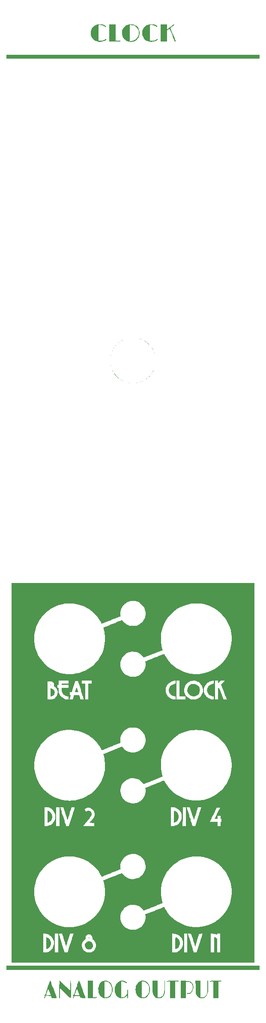
<source format=gto>
G04 #@! TF.GenerationSoftware,KiCad,Pcbnew,6.0.7-f9a2dced07~116~ubuntu22.04.1*
G04 #@! TF.CreationDate,2022-09-03T08:57:15-04:00*
G04 #@! TF.ProjectId,clock_panel,636c6f63-6b5f-4706-916e-656c2e6b6963,rev?*
G04 #@! TF.SameCoordinates,Original*
G04 #@! TF.FileFunction,Legend,Top*
G04 #@! TF.FilePolarity,Positive*
%FSLAX46Y46*%
G04 Gerber Fmt 4.6, Leading zero omitted, Abs format (unit mm)*
G04 Created by KiCad (PCBNEW 6.0.7-f9a2dced07~116~ubuntu22.04.1) date 2022-09-03 08:57:15*
%MOMM*%
%LPD*%
G01*
G04 APERTURE LIST*
G04 APERTURE END LIST*
G04 #@! TO.C,GRAF2*
G36*
X41564014Y-73079755D02*
G01*
X41576063Y-73086042D01*
X41544119Y-73090031D01*
X41506807Y-73090773D01*
X41451816Y-73088790D01*
X41436720Y-73083719D01*
X41449600Y-73079755D01*
X41523689Y-73075548D01*
X41564014Y-73079755D01*
G37*
G36*
X40534284Y-73105597D02*
G01*
X40542197Y-73112967D01*
X40507041Y-73116979D01*
X40489790Y-73117225D01*
X40443533Y-73114574D01*
X40438081Y-73107974D01*
X40445295Y-73105597D01*
X40509780Y-73101643D01*
X40534284Y-73105597D01*
G37*
G36*
X39805121Y-73262663D02*
G01*
X39755888Y-73283025D01*
X39752453Y-73284374D01*
X39673966Y-73312722D01*
X39603859Y-73334322D01*
X39599900Y-73335346D01*
X39568092Y-73341437D01*
X39581349Y-73331312D01*
X39615421Y-73314927D01*
X39695325Y-73284076D01*
X39767973Y-73263955D01*
X39808527Y-73257125D01*
X39805121Y-73262663D01*
G37*
G36*
X29993757Y-142190613D02*
G01*
X30016394Y-142256669D01*
X30048237Y-142353352D01*
X30086447Y-142471666D01*
X30128182Y-142602611D01*
X30170603Y-142737192D01*
X30210869Y-142866410D01*
X30246140Y-142981268D01*
X30273575Y-143072768D01*
X30290333Y-143131913D01*
X30294194Y-143149414D01*
X30270376Y-143157277D01*
X30205339Y-143163773D01*
X30108708Y-143168274D01*
X29990112Y-143170151D01*
X29976376Y-143170171D01*
X29855979Y-143169007D01*
X29756508Y-143165829D01*
X29687590Y-143161108D01*
X29658853Y-143155313D01*
X29658559Y-143154643D01*
X29665959Y-143122794D01*
X29686274Y-143053401D01*
X29716672Y-142955101D01*
X29754325Y-142836528D01*
X29796400Y-142706319D01*
X29840069Y-142573110D01*
X29882501Y-142445536D01*
X29920865Y-142332232D01*
X29952331Y-142241836D01*
X29974070Y-142182982D01*
X29983168Y-142164183D01*
X29993757Y-142190613D01*
G37*
G36*
X43134034Y-81602503D02*
G01*
X43121321Y-81615216D01*
X43108609Y-81602503D01*
X43121321Y-81589790D01*
X43134034Y-81602503D01*
G37*
G36*
X36954877Y-75856357D02*
G01*
X36942218Y-75898140D01*
X36930230Y-75919920D01*
X36910084Y-75940271D01*
X36905584Y-75932633D01*
X36918243Y-75890849D01*
X36930230Y-75869069D01*
X36950377Y-75848718D01*
X36954877Y-75856357D01*
G37*
G36*
X32431355Y-191685824D02*
G01*
X32476691Y-191702721D01*
X32492621Y-191746391D01*
X32493494Y-191770871D01*
X32485648Y-191826750D01*
X32452760Y-191850287D01*
X32425284Y-191855028D01*
X32359926Y-191845390D01*
X32330924Y-191814045D01*
X32321204Y-191753478D01*
X32351167Y-191705616D01*
X32409668Y-191684689D01*
X32431355Y-191685824D01*
G37*
G36*
X36769621Y-78737375D02*
G01*
X36772652Y-78777112D01*
X36767614Y-78786107D01*
X36756057Y-78778525D01*
X36754260Y-78752736D01*
X36760469Y-78725607D01*
X36769621Y-78737375D01*
G37*
G36*
X45343821Y-75993313D02*
G01*
X45365731Y-76045617D01*
X45384184Y-76097898D01*
X45406414Y-76172007D01*
X45417537Y-76223974D01*
X45416904Y-76238919D01*
X45404167Y-76223058D01*
X45382445Y-76171019D01*
X45364207Y-76117875D01*
X45342506Y-76043517D01*
X45331271Y-75991656D01*
X45331487Y-75976855D01*
X45343821Y-75993313D01*
G37*
G36*
X36820054Y-78903170D02*
G01*
X36823096Y-78933344D01*
X36820054Y-78937071D01*
X36804938Y-78933581D01*
X36803103Y-78920121D01*
X36812406Y-78899193D01*
X36820054Y-78903170D01*
G37*
G36*
X39242835Y-81654135D02*
G01*
X39303059Y-81682344D01*
X39320220Y-81691492D01*
X39369531Y-81721451D01*
X39387313Y-81738622D01*
X39383784Y-81740211D01*
X39346755Y-81728849D01*
X39286531Y-81700640D01*
X39269369Y-81691492D01*
X39220059Y-81661533D01*
X39202277Y-81644361D01*
X39205806Y-81642772D01*
X39242835Y-81654135D01*
G37*
G36*
X45490542Y-76474512D02*
G01*
X45493573Y-76514249D01*
X45488534Y-76523244D01*
X45476978Y-76515662D01*
X45475181Y-76489874D01*
X45481390Y-76462744D01*
X45490542Y-76474512D01*
G37*
G36*
X42795028Y-81750818D02*
G01*
X42791538Y-81765933D01*
X42778078Y-81767768D01*
X42757150Y-81758465D01*
X42761128Y-81750818D01*
X42791302Y-81747775D01*
X42795028Y-81750818D01*
G37*
G36*
X43591692Y-73797625D02*
G01*
X43690485Y-73860805D01*
X43814924Y-73954456D01*
X43956463Y-74071409D01*
X44106560Y-74204492D01*
X44256670Y-74346535D01*
X44316316Y-74405780D01*
X44561597Y-74668727D01*
X44770221Y-74925116D01*
X44937479Y-75169073D01*
X44964679Y-75214365D01*
X45001877Y-75280920D01*
X45013359Y-75308492D01*
X45001995Y-75300156D01*
X44970655Y-75258983D01*
X44922208Y-75188047D01*
X44881592Y-75125376D01*
X44659435Y-74813150D01*
X44398472Y-74509346D01*
X44110571Y-74226634D01*
X43807601Y-73977686D01*
X43804815Y-73975617D01*
X43685813Y-73886340D01*
X43607575Y-73825314D01*
X43570379Y-73792773D01*
X43574500Y-73788946D01*
X43591692Y-73797625D01*
G37*
G36*
X40101522Y-73184039D02*
G01*
X40093940Y-73195595D01*
X40068152Y-73197393D01*
X40041022Y-73191183D01*
X40052790Y-73182031D01*
X40092527Y-73179000D01*
X40101522Y-73184039D01*
G37*
G36*
X45565811Y-76837704D02*
G01*
X45567069Y-76842076D01*
X45570791Y-76897460D01*
X45566127Y-76918352D01*
X45557780Y-76919197D01*
X45554371Y-76879395D01*
X45554406Y-76873374D01*
X45558072Y-76833940D01*
X45565811Y-76837704D01*
G37*
G36*
X37055226Y-75627528D02*
G01*
X37043864Y-75664557D01*
X37015654Y-75724781D01*
X37006507Y-75741942D01*
X36976548Y-75791253D01*
X36959376Y-75809035D01*
X36957787Y-75805506D01*
X36969150Y-75768477D01*
X36997359Y-75708253D01*
X37006507Y-75691091D01*
X37036465Y-75641781D01*
X37053637Y-75623999D01*
X37055226Y-75627528D01*
G37*
G36*
X47422866Y-200256778D02*
G01*
X47436109Y-200283148D01*
X47446161Y-200331056D01*
X47453391Y-200404564D01*
X47458165Y-200507728D01*
X47460852Y-200644610D01*
X47461820Y-200819268D01*
X47461436Y-201035762D01*
X47460070Y-201298150D01*
X47459673Y-201362506D01*
X47457510Y-201644928D01*
X47454742Y-201881384D01*
X47451194Y-202076756D01*
X47446686Y-202235926D01*
X47441043Y-202363777D01*
X47434086Y-202465191D01*
X47425640Y-202545051D01*
X47415526Y-202608239D01*
X47414226Y-202614763D01*
X47340274Y-202879019D01*
X47233355Y-203114670D01*
X47096553Y-203317803D01*
X46932953Y-203484508D01*
X46745639Y-203610872D01*
X46571731Y-203683135D01*
X46412209Y-203717081D01*
X46231870Y-203731108D01*
X46053354Y-203724679D01*
X45905406Y-203698954D01*
X45684067Y-203613539D01*
X45490334Y-203485549D01*
X45324799Y-203315493D01*
X45188054Y-203103879D01*
X45169495Y-203067434D01*
X45127992Y-202981524D01*
X45093135Y-202902954D01*
X45064292Y-202826364D01*
X45040831Y-202746393D01*
X45022122Y-202657681D01*
X45007531Y-202554867D01*
X44996426Y-202432592D01*
X44988178Y-202285495D01*
X44982152Y-202108215D01*
X44977719Y-201895391D01*
X44974245Y-201641665D01*
X44971557Y-201388038D01*
X44960503Y-200275676D01*
X45955883Y-200275676D01*
X45962426Y-201909260D01*
X45968969Y-203542843D01*
X46213559Y-203550080D01*
X46345277Y-203551376D01*
X46444044Y-203544746D01*
X46527426Y-203528096D01*
X46601212Y-203503791D01*
X46767254Y-203416440D01*
X46919387Y-203287550D01*
X47048111Y-203126242D01*
X47112498Y-203012928D01*
X47164412Y-202897931D01*
X47207875Y-202780189D01*
X47243495Y-202654301D01*
X47271881Y-202514867D01*
X47293641Y-202356486D01*
X47309386Y-202173758D01*
X47319723Y-201961283D01*
X47325262Y-201713660D01*
X47326611Y-201425489D01*
X47324779Y-201130204D01*
X47322686Y-200900834D01*
X47321568Y-200717065D01*
X47321642Y-200573654D01*
X47323122Y-200465357D01*
X47326225Y-200386930D01*
X47331166Y-200333129D01*
X47338160Y-200298711D01*
X47347425Y-200278432D01*
X47359174Y-200267047D01*
X47360311Y-200266311D01*
X47385335Y-200252419D01*
X47406064Y-200247888D01*
X47422866Y-200256778D01*
G37*
G36*
X45515967Y-76576214D02*
G01*
X45518998Y-76615951D01*
X45513960Y-76624946D01*
X45502404Y-76617363D01*
X45500606Y-76591575D01*
X45506815Y-76564446D01*
X45515967Y-76576214D01*
G37*
G36*
X34708749Y-203296379D02*
G01*
X34549629Y-203086524D01*
X34470698Y-202945346D01*
X34385200Y-202754092D01*
X34325539Y-202573292D01*
X34285976Y-202381988D01*
X34263137Y-202187250D01*
X34255046Y-201869488D01*
X34286396Y-201569329D01*
X34355173Y-201290359D01*
X34459368Y-201036163D01*
X34596968Y-200810329D01*
X34765964Y-200616442D01*
X34964342Y-200458089D01*
X35190093Y-200338857D01*
X35326687Y-200290814D01*
X35463155Y-200264126D01*
X35627241Y-200252039D01*
X35798147Y-200254541D01*
X35955073Y-200271619D01*
X36042082Y-200291224D01*
X36284696Y-200388389D01*
X36498103Y-200526828D01*
X36681588Y-200705696D01*
X36834434Y-200924148D01*
X36955926Y-201181339D01*
X37045153Y-201475592D01*
X37071272Y-201633327D01*
X37085996Y-201822241D01*
X37089319Y-202024654D01*
X37081230Y-202222889D01*
X37061724Y-202399267D01*
X37045606Y-202482767D01*
X36964003Y-202758680D01*
X36856702Y-202996530D01*
X36719290Y-203204436D01*
X36557502Y-203380980D01*
X36378997Y-203525861D01*
X36188805Y-203629194D01*
X35996717Y-203693523D01*
X35841564Y-203720451D01*
X35666543Y-203729812D01*
X35494115Y-203721542D01*
X35346743Y-203695578D01*
X35346006Y-203695376D01*
X35112068Y-203605202D01*
X35027878Y-203552334D01*
X35480981Y-203552334D01*
X35563614Y-203561589D01*
X35681861Y-203565278D01*
X35819096Y-203555786D01*
X35946571Y-203535599D01*
X35989490Y-203524764D01*
X36201347Y-203436496D01*
X36394880Y-203304052D01*
X36566118Y-203132041D01*
X36711090Y-202925071D01*
X36825824Y-202687749D01*
X36894239Y-202474975D01*
X36925632Y-202299602D01*
X36940879Y-202095265D01*
X36940184Y-201880355D01*
X36923750Y-201673261D01*
X36891781Y-201492373D01*
X36883018Y-201459104D01*
X36788975Y-201198836D01*
X36664103Y-200969236D01*
X36511756Y-200774785D01*
X36335288Y-200619965D01*
X36189675Y-200532822D01*
X36022765Y-200466183D01*
X35848767Y-200423496D01*
X35685057Y-200408227D01*
X35594874Y-200414265D01*
X35480981Y-200431344D01*
X35480981Y-203552334D01*
X35027878Y-203552334D01*
X34897939Y-203470738D01*
X34708749Y-203296379D01*
G37*
G36*
X39667701Y-81827094D02*
G01*
X39664211Y-81842210D01*
X39650751Y-81844044D01*
X39629823Y-81834742D01*
X39633801Y-81827094D01*
X39663975Y-81824051D01*
X39667701Y-81827094D01*
G37*
G36*
X36981081Y-79339640D02*
G01*
X36968368Y-79352353D01*
X36955656Y-79339640D01*
X36968368Y-79326927D01*
X36981081Y-79339640D01*
G37*
G36*
X42288109Y-73209464D02*
G01*
X42280526Y-73221020D01*
X42254738Y-73222818D01*
X42227608Y-73216609D01*
X42239377Y-73207457D01*
X42279114Y-73204426D01*
X42288109Y-73209464D01*
G37*
G36*
X45465116Y-76372811D02*
G01*
X45468147Y-76412548D01*
X45463109Y-76421543D01*
X45451553Y-76413960D01*
X45449755Y-76388172D01*
X45455965Y-76361042D01*
X45465116Y-76372811D01*
G37*
G36*
X45592401Y-77019570D02*
G01*
X45596356Y-77084055D01*
X45592401Y-77108559D01*
X45585032Y-77116472D01*
X45581020Y-77081315D01*
X45580774Y-77064064D01*
X45583425Y-77017808D01*
X45590024Y-77012356D01*
X45592401Y-77019570D01*
G37*
G36*
X37667568Y-14339540D02*
G01*
X37986839Y-14339540D01*
X38120947Y-14337303D01*
X38247272Y-14331218D01*
X38351251Y-14322227D01*
X38416373Y-14311776D01*
X38512327Y-14299864D01*
X38584483Y-14313705D01*
X38626025Y-14347907D01*
X38630138Y-14397078D01*
X38593780Y-14452138D01*
X38578912Y-14462089D01*
X38553025Y-14470267D01*
X38511514Y-14476840D01*
X38449773Y-14481978D01*
X38363198Y-14485848D01*
X38247183Y-14488619D01*
X38097123Y-14490459D01*
X37908414Y-14491536D01*
X37676451Y-14492018D01*
X37500486Y-14492092D01*
X36447147Y-14492092D01*
X36447147Y-11085085D01*
X37667568Y-11085085D01*
X37667568Y-14339540D01*
G37*
G36*
X36892364Y-76004975D02*
G01*
X36875783Y-76065231D01*
X36855731Y-76125362D01*
X36829591Y-76194063D01*
X36811128Y-76233235D01*
X36804961Y-76235911D01*
X36810961Y-76198089D01*
X36828107Y-76137498D01*
X36850802Y-76070204D01*
X36873451Y-76012270D01*
X36890460Y-75979759D01*
X36894871Y-75977788D01*
X36892364Y-76004975D01*
G37*
G36*
X24073936Y-191645357D02*
G01*
X24158837Y-191683552D01*
X24259062Y-191738444D01*
X24362136Y-191802861D01*
X24455583Y-191869630D01*
X24508040Y-191913426D01*
X24638626Y-192061389D01*
X24749941Y-192243646D01*
X24833998Y-192444904D01*
X24878582Y-192622641D01*
X24893502Y-192850480D01*
X24865496Y-193081592D01*
X24798084Y-193305358D01*
X24694787Y-193511163D01*
X24559126Y-193688390D01*
X24508656Y-193738064D01*
X24428940Y-193802479D01*
X24331039Y-193869448D01*
X24227409Y-193931802D01*
X24130509Y-193982374D01*
X24052797Y-194013997D01*
X24016836Y-194021021D01*
X24009686Y-194004059D01*
X24003681Y-193951666D01*
X23998767Y-193861583D01*
X23994891Y-193731551D01*
X23991999Y-193559309D01*
X23990039Y-193342599D01*
X23988958Y-193079160D01*
X23988689Y-192826026D01*
X23989088Y-192522485D01*
X23990322Y-192267529D01*
X23992444Y-192058899D01*
X23995507Y-191894335D01*
X23999564Y-191771578D01*
X24004668Y-191688369D01*
X24010873Y-191642448D01*
X24016836Y-191631031D01*
X24073936Y-191645357D01*
G37*
G36*
X42829844Y-73390854D02*
G01*
X42879780Y-73415516D01*
X42916817Y-73440814D01*
X42918655Y-73451836D01*
X42917918Y-73451852D01*
X42878865Y-73440178D01*
X42828929Y-73415516D01*
X42791892Y-73390218D01*
X42790054Y-73379196D01*
X42790791Y-73379180D01*
X42829844Y-73390854D01*
G37*
G36*
X41526331Y-82054706D02*
G01*
X41540375Y-82060004D01*
X41510123Y-82063703D01*
X41443243Y-82064995D01*
X41377995Y-82063467D01*
X41352860Y-82059706D01*
X41373171Y-82054523D01*
X41373779Y-82054447D01*
X41456695Y-82050295D01*
X41526331Y-82054706D01*
G37*
G36*
X36794628Y-76284351D02*
G01*
X36797671Y-76314525D01*
X36794628Y-76318252D01*
X36779513Y-76314762D01*
X36777678Y-76301302D01*
X36786981Y-76280374D01*
X36794628Y-76284351D01*
G37*
G36*
X41754705Y-82029921D02*
G01*
X41762618Y-82037291D01*
X41727461Y-82041303D01*
X41710210Y-82041549D01*
X41663953Y-82038898D01*
X41658502Y-82032298D01*
X41665716Y-82029921D01*
X41730201Y-82025967D01*
X41754705Y-82029921D01*
G37*
G36*
X39269369Y-73466367D02*
G01*
X39256657Y-73479079D01*
X39243944Y-73466367D01*
X39256657Y-73453654D01*
X39269369Y-73466367D01*
G37*
G36*
X42169570Y-203383661D02*
G01*
X42126966Y-203342210D01*
X42022882Y-203230876D01*
X41942264Y-203124389D01*
X41870271Y-203001706D01*
X41829078Y-202919920D01*
X41750221Y-202745587D01*
X41693639Y-202588090D01*
X41656081Y-202432307D01*
X41634296Y-202263118D01*
X41625033Y-202065400D01*
X41624088Y-201966467D01*
X41627578Y-201764148D01*
X41640957Y-201597006D01*
X41667578Y-201449788D01*
X41710796Y-201307240D01*
X41773964Y-201154109D01*
X41827541Y-201041204D01*
X41968982Y-200804673D01*
X42140290Y-200607800D01*
X42338864Y-200452257D01*
X42562102Y-200339712D01*
X42807403Y-200271837D01*
X43059694Y-200250251D01*
X43318915Y-200273775D01*
X43557834Y-200343380D01*
X43774217Y-200457613D01*
X43965828Y-200615020D01*
X44130433Y-200814148D01*
X44252620Y-201025726D01*
X44319775Y-201171820D01*
X44369368Y-201301387D01*
X44403909Y-201427031D01*
X44425909Y-201561353D01*
X44437879Y-201716955D01*
X44442330Y-201906442D01*
X44442576Y-201979180D01*
X44440130Y-202181784D01*
X44431080Y-202346473D01*
X44412858Y-202486021D01*
X44382897Y-202613204D01*
X44338628Y-202740795D01*
X44277485Y-202881571D01*
X44249165Y-202941443D01*
X44118466Y-203161433D01*
X43954014Y-203353142D01*
X43762497Y-203511087D01*
X43550604Y-203629786D01*
X43325021Y-203703758D01*
X43317117Y-203705437D01*
X43150735Y-203727067D01*
X42969165Y-203729389D01*
X42796591Y-203712842D01*
X42708528Y-203694338D01*
X42515787Y-203625476D01*
X42388745Y-203552334D01*
X42854354Y-203552334D01*
X42936987Y-203561876D01*
X43059030Y-203565060D01*
X43203270Y-203552448D01*
X43344370Y-203526307D01*
X43349724Y-203524978D01*
X43546859Y-203450309D01*
X43732816Y-203330936D01*
X43900863Y-203172811D01*
X44044265Y-202981887D01*
X44120954Y-202843259D01*
X44198378Y-202666887D01*
X44251725Y-202501804D01*
X44284540Y-202331414D01*
X44300365Y-202139120D01*
X44303228Y-201989603D01*
X44290762Y-201715967D01*
X44250863Y-201473858D01*
X44180860Y-201250386D01*
X44122636Y-201118536D01*
X44029032Y-200963991D01*
X43904527Y-200810965D01*
X43762471Y-200673338D01*
X43616216Y-200564993D01*
X43559327Y-200532861D01*
X43425142Y-200477706D01*
X43274122Y-200436218D01*
X43123927Y-200411818D01*
X42992217Y-200407925D01*
X42944063Y-200413703D01*
X42854354Y-200430533D01*
X42854354Y-203552334D01*
X42388745Y-203552334D01*
X42340411Y-203524507D01*
X42169570Y-203383661D01*
G37*
G36*
X39213825Y-200263025D02*
G01*
X39448794Y-200317202D01*
X39634894Y-200397284D01*
X39760346Y-200476134D01*
X39854420Y-200558088D01*
X39911297Y-200637006D01*
X39925540Y-200703865D01*
X39903205Y-200764449D01*
X39855884Y-200781413D01*
X39784485Y-200754899D01*
X39689917Y-200685052D01*
X39664987Y-200662874D01*
X39503613Y-200546083D01*
X39316786Y-200461860D01*
X39118434Y-200414591D01*
X38922482Y-200408662D01*
X38875275Y-200414187D01*
X38760861Y-200431344D01*
X38760861Y-203562243D01*
X38946586Y-203550324D01*
X39168868Y-203511624D01*
X39373474Y-203425349D01*
X39559956Y-203291767D01*
X39727865Y-203111146D01*
X39766182Y-203059663D01*
X39870591Y-202900297D01*
X39941219Y-202755800D01*
X39983628Y-202608826D01*
X40003380Y-202442026D01*
X40006707Y-202309417D01*
X40007979Y-202181611D01*
X40012521Y-202096245D01*
X40021420Y-202044956D01*
X40035764Y-202019379D01*
X40045169Y-202013675D01*
X40095320Y-202015855D01*
X40121445Y-202030299D01*
X40132305Y-202045884D01*
X40140929Y-202076097D01*
X40147558Y-202126145D01*
X40152436Y-202201238D01*
X40155802Y-202306584D01*
X40157901Y-202447392D01*
X40158972Y-202628871D01*
X40159259Y-202844678D01*
X40158773Y-203040712D01*
X40157396Y-203221396D01*
X40155251Y-203380170D01*
X40152461Y-203510472D01*
X40149149Y-203605743D01*
X40145438Y-203659420D01*
X40143826Y-203667891D01*
X40111489Y-203699894D01*
X40062960Y-203708097D01*
X40020161Y-203693174D01*
X40004693Y-203663614D01*
X40004207Y-203621953D01*
X40004356Y-203540953D01*
X40005085Y-203432121D01*
X40006340Y-203306964D01*
X40006406Y-203301302D01*
X40006234Y-203181875D01*
X40003021Y-203087721D01*
X39997270Y-203027046D01*
X39989484Y-203008057D01*
X39988486Y-203008909D01*
X39964143Y-203041853D01*
X39921075Y-203103847D01*
X39868581Y-203181507D01*
X39868276Y-203181965D01*
X39708835Y-203377194D01*
X39518847Y-203532725D01*
X39301591Y-203646204D01*
X39154066Y-203694559D01*
X39021155Y-203718179D01*
X38865838Y-203729208D01*
X38710483Y-203727173D01*
X38577459Y-203711600D01*
X38556991Y-203707175D01*
X38337027Y-203629355D01*
X38134289Y-203506689D01*
X37952485Y-203343352D01*
X37795326Y-203143520D01*
X37666521Y-202911367D01*
X37569779Y-202651071D01*
X37548537Y-202572076D01*
X37522360Y-202421023D01*
X37507547Y-202237124D01*
X37503917Y-202036692D01*
X37511290Y-201836035D01*
X37529483Y-201651466D01*
X37558316Y-201499294D01*
X37560550Y-201490929D01*
X37652395Y-201230192D01*
X37778577Y-200986310D01*
X37933222Y-200767806D01*
X38110455Y-200583199D01*
X38269443Y-200462504D01*
X38487410Y-200351104D01*
X38723731Y-200280425D01*
X38969003Y-200250915D01*
X39213825Y-200263025D01*
G37*
G36*
X39015115Y-81551652D02*
G01*
X39002403Y-81564365D01*
X38989690Y-81551652D01*
X39002403Y-81538939D01*
X39015115Y-81551652D01*
G37*
G36*
X36794628Y-78826894D02*
G01*
X36797671Y-78857068D01*
X36794628Y-78860795D01*
X36779513Y-78857304D01*
X36777678Y-78843844D01*
X36786981Y-78822916D01*
X36794628Y-78826894D01*
G37*
G36*
X42047097Y-81979758D02*
G01*
X42050291Y-81989038D01*
X42015315Y-81992582D01*
X41979221Y-81988587D01*
X41983534Y-81979758D01*
X42035588Y-81976400D01*
X42047097Y-81979758D01*
G37*
G36*
X40126948Y-81955810D02*
G01*
X40119365Y-81967367D01*
X40093577Y-81969164D01*
X40066447Y-81962955D01*
X40078216Y-81953803D01*
X40117953Y-81950772D01*
X40126948Y-81955810D01*
G37*
G36*
X45439273Y-76284351D02*
G01*
X45442316Y-76314525D01*
X45439273Y-76318252D01*
X45424157Y-76314762D01*
X45422322Y-76301302D01*
X45431625Y-76280374D01*
X45439273Y-76284351D01*
G37*
G36*
X45465116Y-78737375D02*
G01*
X45468147Y-78777112D01*
X45463109Y-78786107D01*
X45451553Y-78778525D01*
X45449755Y-78752736D01*
X45455965Y-78725607D01*
X45465116Y-78737375D01*
G37*
G36*
X42362796Y-73233300D02*
G01*
X42359306Y-73248416D01*
X42345846Y-73250251D01*
X42324918Y-73240948D01*
X42328896Y-73233300D01*
X42359070Y-73230257D01*
X42362796Y-73233300D01*
G37*
G36*
X43016316Y-81653141D02*
G01*
X42977736Y-81679169D01*
X42956056Y-81691492D01*
X42893164Y-81722678D01*
X42848000Y-81739344D01*
X42841642Y-81740211D01*
X42844945Y-81729843D01*
X42883526Y-81703815D01*
X42905205Y-81691492D01*
X42968098Y-81660306D01*
X43013262Y-81643640D01*
X43019620Y-81642772D01*
X43016316Y-81653141D01*
G37*
G36*
X45269770Y-79339640D02*
G01*
X45257057Y-79352353D01*
X45244344Y-79339640D01*
X45257057Y-79326927D01*
X45269770Y-79339640D01*
G37*
G36*
X32715966Y-200281483D02*
G01*
X33205406Y-200288389D01*
X33211950Y-201909260D01*
X33218495Y-203530131D01*
X33461302Y-203530131D01*
X33583480Y-203526948D01*
X33701065Y-203518455D01*
X33794744Y-203506229D01*
X33820862Y-203500732D01*
X33894175Y-203484954D01*
X33936126Y-203486631D01*
X33963794Y-203507748D01*
X33971960Y-203518304D01*
X34002086Y-203570281D01*
X33995134Y-203609390D01*
X33966352Y-203642729D01*
X33949999Y-203653720D01*
X33921819Y-203662532D01*
X33876657Y-203669396D01*
X33809357Y-203674545D01*
X33714765Y-203678208D01*
X33587725Y-203680619D01*
X33423083Y-203682008D01*
X33215683Y-203682607D01*
X33076462Y-203682683D01*
X32226527Y-203682683D01*
X32226527Y-200274578D01*
X32715966Y-200281483D01*
G37*
G36*
X36666912Y-78236103D02*
G01*
X36668170Y-78240474D01*
X36671892Y-78295859D01*
X36667228Y-78316751D01*
X36658881Y-78317596D01*
X36655472Y-78277793D01*
X36655507Y-78271772D01*
X36659174Y-78232338D01*
X36666912Y-78236103D01*
G37*
G36*
X40241892Y-81979758D02*
G01*
X40245086Y-81989038D01*
X40210110Y-81992582D01*
X40174016Y-81988587D01*
X40178328Y-81979758D01*
X40230383Y-81976400D01*
X40241892Y-81979758D01*
G37*
G36*
X49180380Y-11070320D02*
G01*
X49212382Y-11085980D01*
X49250370Y-11117300D01*
X49259038Y-11157814D01*
X49235948Y-11210580D01*
X49178662Y-11278655D01*
X49084744Y-11365095D01*
X48951756Y-11472959D01*
X48829329Y-11566440D01*
X48733633Y-11638975D01*
X48648240Y-11704992D01*
X48584568Y-11755598D01*
X48559633Y-11776551D01*
X48506053Y-11824472D01*
X48982931Y-12986661D01*
X49079405Y-13221372D01*
X49172009Y-13445905D01*
X49258567Y-13655031D01*
X49336899Y-13843521D01*
X49404826Y-14006145D01*
X49460171Y-14137675D01*
X49500754Y-14232882D01*
X49524398Y-14286535D01*
X49525167Y-14288184D01*
X49560734Y-14369405D01*
X49574296Y-14420976D01*
X49568306Y-14457829D01*
X49556489Y-14478875D01*
X49502166Y-14529939D01*
X49441979Y-14530713D01*
X49393312Y-14496715D01*
X49357571Y-14444737D01*
X49319596Y-14365161D01*
X49299502Y-14310818D01*
X49280035Y-14256746D01*
X49244696Y-14164439D01*
X49195745Y-14039459D01*
X49135443Y-13887365D01*
X49066050Y-13713716D01*
X48989828Y-13524074D01*
X48909036Y-13323999D01*
X48825935Y-13119050D01*
X48742785Y-12914788D01*
X48661849Y-12716773D01*
X48585384Y-12530566D01*
X48515654Y-12361725D01*
X48454917Y-12215812D01*
X48405435Y-12098387D01*
X48369468Y-12015009D01*
X48349276Y-11971239D01*
X48346261Y-11966201D01*
X48319589Y-11972414D01*
X48261643Y-12005102D01*
X48180861Y-12058984D01*
X48085685Y-12128777D01*
X48082166Y-12131467D01*
X47838177Y-12318219D01*
X47837957Y-13405156D01*
X47837738Y-14492092D01*
X46617317Y-14492092D01*
X46617317Y-11084165D01*
X47221171Y-11090982D01*
X47825025Y-11097798D01*
X47837738Y-11589016D01*
X47850451Y-12080233D01*
X48320821Y-11726479D01*
X48467878Y-11614661D01*
X48612476Y-11502502D01*
X48745755Y-11397040D01*
X48858855Y-11305309D01*
X48942917Y-11234348D01*
X48963320Y-11216192D01*
X49040312Y-11147466D01*
X49102794Y-11094100D01*
X49141638Y-11063779D01*
X49149326Y-11059660D01*
X49180380Y-11070320D01*
G37*
G36*
X45388422Y-78979447D02*
G01*
X45391465Y-79009621D01*
X45388422Y-79013347D01*
X45373306Y-79009857D01*
X45371472Y-78996397D01*
X45380774Y-78975469D01*
X45388422Y-78979447D01*
G37*
G36*
X42262684Y-81930385D02*
G01*
X42255101Y-81941941D01*
X42229313Y-81943739D01*
X42202183Y-81937529D01*
X42213952Y-81928378D01*
X42253688Y-81925347D01*
X42262684Y-81930385D01*
G37*
G36*
X42457453Y-73264148D02*
G01*
X42512471Y-73278474D01*
X42574287Y-73299483D01*
X42629414Y-73321699D01*
X42664368Y-73339642D01*
X42665662Y-73347836D01*
X42663664Y-73347908D01*
X42627095Y-73339380D01*
X42560839Y-73317402D01*
X42511111Y-73298940D01*
X42455191Y-73275224D01*
X42438034Y-73263061D01*
X42457453Y-73264148D01*
G37*
G36*
X42591625Y-81827094D02*
G01*
X42588135Y-81842210D01*
X42574675Y-81844044D01*
X42553747Y-81834742D01*
X42557725Y-81827094D01*
X42587899Y-81824051D01*
X42591625Y-81827094D01*
G37*
G36*
X36870904Y-79055723D02*
G01*
X36873947Y-79085897D01*
X36870904Y-79089623D01*
X36855789Y-79086133D01*
X36853954Y-79072673D01*
X36863257Y-79051745D01*
X36870904Y-79055723D01*
G37*
G36*
X45286720Y-79259126D02*
G01*
X45289763Y-79289300D01*
X45286720Y-79293027D01*
X45271605Y-79289537D01*
X45269770Y-79276076D01*
X45279073Y-79255148D01*
X45286720Y-79259126D01*
G37*
G36*
X41195801Y-73054106D02*
G01*
X41209845Y-73059404D01*
X41179593Y-73063103D01*
X41112713Y-73064394D01*
X41047464Y-73062866D01*
X41022330Y-73059105D01*
X41042640Y-73053922D01*
X41043248Y-73053846D01*
X41126165Y-73049694D01*
X41195801Y-73054106D01*
G37*
G36*
X24337360Y-166615811D02*
G01*
X24373752Y-166629196D01*
X24418328Y-166651412D01*
X24471912Y-166678639D01*
X24484485Y-166684683D01*
X24689018Y-166808517D01*
X24860087Y-166968375D01*
X24995038Y-167159828D01*
X25091217Y-167378445D01*
X25145971Y-167619797D01*
X25158258Y-167809344D01*
X25136773Y-168065422D01*
X25071641Y-168296265D01*
X24961850Y-168504356D01*
X24806388Y-168692175D01*
X24792385Y-168705974D01*
X24696641Y-168785432D01*
X24578383Y-168864121D01*
X24455255Y-168931702D01*
X24344905Y-168977837D01*
X24312863Y-168986935D01*
X24242943Y-169003372D01*
X24242943Y-167807892D01*
X24242655Y-167522907D01*
X24242339Y-167284947D01*
X24242816Y-167090191D01*
X24244908Y-166934821D01*
X24249436Y-166815017D01*
X24257221Y-166726960D01*
X24269084Y-166666830D01*
X24285848Y-166630808D01*
X24308333Y-166615075D01*
X24337360Y-166615811D01*
G37*
G36*
X42160982Y-81955810D02*
G01*
X42153399Y-81967367D01*
X42127611Y-81969164D01*
X42100481Y-81962955D01*
X42112250Y-81953803D01*
X42151987Y-81950772D01*
X42160982Y-81955810D01*
G37*
G36*
X40343594Y-73131710D02*
G01*
X40346788Y-73140990D01*
X40311812Y-73144534D01*
X40275717Y-73140539D01*
X40280030Y-73131710D01*
X40332085Y-73128352D01*
X40343594Y-73131710D01*
G37*
G36*
X43184885Y-81577077D02*
G01*
X43172172Y-81589790D01*
X43159460Y-81577077D01*
X43172172Y-81564365D01*
X43184885Y-81577077D01*
G37*
G36*
X41894545Y-82005184D02*
G01*
X41897739Y-82014464D01*
X41862763Y-82018008D01*
X41826668Y-82014012D01*
X41830981Y-82005184D01*
X41883036Y-82001826D01*
X41894545Y-82005184D01*
G37*
G36*
X39466941Y-73384446D02*
G01*
X39434635Y-73400974D01*
X39367342Y-73430768D01*
X39319944Y-73447344D01*
X39300042Y-73449277D01*
X39315236Y-73435142D01*
X39345646Y-73417667D01*
X39418812Y-73385353D01*
X39472773Y-73367891D01*
X39490737Y-73367665D01*
X39466941Y-73384446D01*
G37*
G36*
X24897648Y-142418537D02*
G01*
X25113564Y-142478316D01*
X25295441Y-142575394D01*
X25442627Y-142709308D01*
X25554472Y-142879599D01*
X25557311Y-142885339D01*
X25595579Y-142972140D01*
X25617108Y-143050674D01*
X25626191Y-143142275D01*
X25627413Y-143233734D01*
X25623719Y-143349930D01*
X25610899Y-143437117D01*
X25584355Y-143516938D01*
X25552810Y-143584712D01*
X25444219Y-143751020D01*
X25304401Y-143883304D01*
X25140494Y-143976414D01*
X24959637Y-144025200D01*
X24938898Y-144027651D01*
X24802302Y-144041749D01*
X24802302Y-142401749D01*
X24897648Y-142418537D01*
G37*
G36*
X40865270Y-82054706D02*
G01*
X40879314Y-82060004D01*
X40849062Y-82063703D01*
X40782182Y-82064995D01*
X40716934Y-82063467D01*
X40691799Y-82059706D01*
X40712109Y-82054523D01*
X40712718Y-82054447D01*
X40795634Y-82050295D01*
X40865270Y-82054706D01*
G37*
G36*
X45044803Y-75355851D02*
G01*
X45076521Y-75409332D01*
X45104505Y-75462263D01*
X45137334Y-75531067D01*
X45155461Y-75577231D01*
X45156212Y-75589390D01*
X45138781Y-75568675D01*
X45107063Y-75515193D01*
X45079079Y-75462263D01*
X45046250Y-75393458D01*
X45028123Y-75347294D01*
X45027372Y-75335136D01*
X45044803Y-75355851D01*
G37*
G36*
X36933334Y-79233489D02*
G01*
X36950179Y-79275620D01*
X36948415Y-79291793D01*
X36931072Y-79282728D01*
X36920659Y-79262381D01*
X36906253Y-79214102D01*
X36912168Y-79204470D01*
X36933334Y-79233489D01*
G37*
G36*
X39995440Y-73209493D02*
G01*
X39968569Y-73224825D01*
X39909255Y-73242998D01*
X39879580Y-73246677D01*
X39865421Y-73240157D01*
X39892292Y-73224825D01*
X39951606Y-73206653D01*
X39981281Y-73202974D01*
X39995440Y-73209493D01*
G37*
G36*
X34798341Y-11074910D02*
G01*
X34955342Y-11084135D01*
X35087943Y-11102470D01*
X35209281Y-11132334D01*
X35332490Y-11176150D01*
X35455454Y-11229340D01*
X35582954Y-11294605D01*
X35685272Y-11360953D01*
X35755170Y-11422848D01*
X35785410Y-11474757D01*
X35786086Y-11482120D01*
X35765921Y-11529939D01*
X35720100Y-11574188D01*
X35670740Y-11593594D01*
X35631257Y-11577830D01*
X35573470Y-11538131D01*
X35548595Y-11517463D01*
X35415927Y-11425979D01*
X35246387Y-11346788D01*
X35053208Y-11283514D01*
X34849626Y-11239777D01*
X34648874Y-11219201D01*
X34476440Y-11224012D01*
X34311022Y-11241727D01*
X34324124Y-14352253D01*
X34578378Y-14360126D01*
X34844550Y-14354935D01*
X35074327Y-14320362D01*
X35274093Y-14254523D01*
X35450226Y-14155535D01*
X35556220Y-14071494D01*
X35632999Y-14006882D01*
X35699042Y-13958304D01*
X35742816Y-13934042D01*
X35749454Y-13932733D01*
X35786720Y-13953603D01*
X35816473Y-13997031D01*
X35831711Y-14050140D01*
X35816127Y-14098412D01*
X35794144Y-14130515D01*
X35708989Y-14214197D01*
X35583264Y-14297199D01*
X35427086Y-14374714D01*
X35250567Y-14441932D01*
X35063824Y-14494048D01*
X35002018Y-14507046D01*
X34859361Y-14526170D01*
X34687051Y-14536789D01*
X34505364Y-14538657D01*
X34334575Y-14531531D01*
X34203694Y-14516684D01*
X33916345Y-14443514D01*
X33650395Y-14324288D01*
X33405454Y-14158802D01*
X33253877Y-14022914D01*
X33082962Y-13829566D01*
X32952543Y-13626394D01*
X32859124Y-13405057D01*
X32799211Y-13157212D01*
X32769312Y-12874518D01*
X32768815Y-12864865D01*
X32776847Y-12563049D01*
X32830951Y-12281066D01*
X32929478Y-12021176D01*
X33070781Y-11785639D01*
X33253213Y-11576716D01*
X33475127Y-11396667D01*
X33734876Y-11247753D01*
X34030812Y-11132233D01*
X34031732Y-11131945D01*
X34115930Y-11107748D01*
X34195298Y-11091018D01*
X34282394Y-11080445D01*
X34389777Y-11074724D01*
X34530006Y-11072546D01*
X34603804Y-11072373D01*
X34798341Y-11074910D01*
G37*
G36*
X43083183Y-81627928D02*
G01*
X43070471Y-81640641D01*
X43057758Y-81627928D01*
X43070471Y-81615216D01*
X43083183Y-81627928D01*
G37*
G36*
X45413847Y-78903170D02*
G01*
X45416890Y-78933344D01*
X45413847Y-78937071D01*
X45398732Y-78933581D01*
X45396897Y-78920121D01*
X45406200Y-78899193D01*
X45413847Y-78903170D01*
G37*
G36*
X66144044Y-198089089D02*
G01*
X16081382Y-198089089D01*
X16081382Y-197300901D01*
X66144044Y-197300901D01*
X66144044Y-198089089D01*
G37*
G36*
X40216467Y-73157136D02*
G01*
X40219661Y-73166416D01*
X40184685Y-73169960D01*
X40148590Y-73165964D01*
X40152903Y-73157136D01*
X40204958Y-73153777D01*
X40216467Y-73157136D01*
G37*
G36*
X39098662Y-81582866D02*
G01*
X39104104Y-81589790D01*
X39113053Y-81612658D01*
X39088998Y-81604045D01*
X39065966Y-81589790D01*
X39046419Y-81569379D01*
X39058109Y-81564754D01*
X39098662Y-81582866D01*
G37*
G36*
X45565811Y-78236103D02*
G01*
X45567069Y-78240474D01*
X45570791Y-78295859D01*
X45566127Y-78316751D01*
X45557780Y-78317596D01*
X45554371Y-78277793D01*
X45554406Y-78271772D01*
X45558072Y-78232338D01*
X45565811Y-78236103D01*
G37*
G36*
X32538922Y-192485862D02*
G01*
X32626055Y-192495110D01*
X32694751Y-192513768D01*
X32756632Y-192542233D01*
X32927824Y-192658898D01*
X33066265Y-192807316D01*
X33154115Y-192956734D01*
X33190079Y-193043468D01*
X33209841Y-193116031D01*
X33216764Y-193195026D01*
X33214210Y-193301060D01*
X33213284Y-193319297D01*
X33202921Y-193442293D01*
X33183591Y-193535530D01*
X33150124Y-193619958D01*
X33129011Y-193660775D01*
X33016476Y-193817827D01*
X32871964Y-193942352D01*
X32704167Y-194030584D01*
X32521779Y-194078760D01*
X32333490Y-194083117D01*
X32207996Y-194059544D01*
X32014540Y-193981644D01*
X31854533Y-193867794D01*
X31731268Y-193722230D01*
X31648037Y-193549187D01*
X31608132Y-193352902D01*
X31605032Y-193283684D01*
X31626412Y-193080694D01*
X31693935Y-192898947D01*
X31807945Y-192737592D01*
X31838155Y-192705890D01*
X31962154Y-192600055D01*
X32091163Y-192531204D01*
X32238980Y-192494029D01*
X32417217Y-192483220D01*
X32538922Y-192485862D01*
G37*
G36*
X39552695Y-81781206D02*
G01*
X39574475Y-81793194D01*
X39594826Y-81813340D01*
X39587187Y-81817840D01*
X39545404Y-81805181D01*
X39523624Y-81793194D01*
X39503273Y-81773047D01*
X39510911Y-81768547D01*
X39552695Y-81781206D01*
G37*
G36*
X24870661Y-141641722D02*
G01*
X24889475Y-141659174D01*
X24922396Y-141697106D01*
X24924142Y-141729547D01*
X24903110Y-141773444D01*
X24864716Y-141819860D01*
X24830508Y-141819258D01*
X24807672Y-141775383D01*
X24802302Y-141720921D01*
X24808998Y-141647778D01*
X24830884Y-141622016D01*
X24870661Y-141641722D01*
G37*
G36*
X36718770Y-76576214D02*
G01*
X36721801Y-76615951D01*
X36716763Y-76624946D01*
X36705207Y-76617363D01*
X36703409Y-76591575D01*
X36709618Y-76564446D01*
X36718770Y-76576214D01*
G37*
G36*
X42515349Y-81852520D02*
G01*
X42511859Y-81867635D01*
X42498399Y-81869470D01*
X42477471Y-81860167D01*
X42481448Y-81852520D01*
X42511622Y-81849477D01*
X42515349Y-81852520D01*
G37*
G36*
X36692815Y-76676327D02*
G01*
X36696173Y-76728381D01*
X36692815Y-76739890D01*
X36683535Y-76743084D01*
X36679991Y-76708109D01*
X36683986Y-76672014D01*
X36692815Y-76676327D01*
G37*
G36*
X41945879Y-73131871D02*
G01*
X41946725Y-73140218D01*
X41906922Y-73143627D01*
X41900901Y-73143592D01*
X41861467Y-73139926D01*
X41865232Y-73132188D01*
X41869603Y-73130929D01*
X41924988Y-73127207D01*
X41945879Y-73131871D01*
G37*
G36*
X45362996Y-79055723D02*
G01*
X45366039Y-79085897D01*
X45362996Y-79089623D01*
X45347881Y-79086133D01*
X45346046Y-79072673D01*
X45355349Y-79051745D01*
X45362996Y-79055723D01*
G37*
G36*
X39464298Y-81750818D02*
G01*
X39460808Y-81765933D01*
X39447347Y-81767768D01*
X39426419Y-81758465D01*
X39430397Y-81750818D01*
X39460571Y-81747775D01*
X39464298Y-81750818D01*
G37*
G36*
X40394445Y-82005184D02*
G01*
X40397639Y-82014464D01*
X40362663Y-82018008D01*
X40326568Y-82014012D01*
X40330881Y-82005184D01*
X40382936Y-82001826D01*
X40394445Y-82005184D01*
G37*
G36*
X45439273Y-78826894D02*
G01*
X45442316Y-78857068D01*
X45439273Y-78860795D01*
X45424157Y-78857304D01*
X45422322Y-78843844D01*
X45431625Y-78822916D01*
X45439273Y-78826894D01*
G37*
G36*
X42744178Y-73360427D02*
G01*
X42740687Y-73375543D01*
X42727227Y-73377378D01*
X42706299Y-73368075D01*
X42710277Y-73360427D01*
X42740451Y-73357385D01*
X42744178Y-73360427D01*
G37*
G36*
X37247229Y-79873574D02*
G01*
X37289303Y-79929401D01*
X37319652Y-79979609D01*
X37330201Y-80009986D01*
X37326720Y-80013414D01*
X37304886Y-79994996D01*
X37295880Y-79981632D01*
X37269676Y-79936509D01*
X37240847Y-79886287D01*
X37217451Y-79844088D01*
X37220993Y-79843044D01*
X37247229Y-79873574D01*
G37*
G36*
X39474480Y-14081263D02*
G01*
X39285088Y-13868640D01*
X39132405Y-13623501D01*
X39019728Y-13348988D01*
X39015417Y-13335236D01*
X38976487Y-13165498D01*
X38952088Y-12966018D01*
X38943057Y-12756026D01*
X38950231Y-12554752D01*
X38973987Y-12383570D01*
X39056490Y-12114417D01*
X39182742Y-11865257D01*
X39348295Y-11641782D01*
X39548696Y-11449681D01*
X39779495Y-11294648D01*
X39856406Y-11255059D01*
X40095497Y-11155319D01*
X40325906Y-11093081D01*
X40567548Y-11063804D01*
X40710925Y-11060102D01*
X40965910Y-11073042D01*
X41192316Y-11113288D01*
X41406550Y-11184441D01*
X41527622Y-11239277D01*
X41766078Y-11384194D01*
X41972644Y-11565696D01*
X42144854Y-11778892D01*
X42280242Y-12018894D01*
X42376341Y-12280814D01*
X42430686Y-12559761D01*
X42440811Y-12850848D01*
X42425874Y-13020151D01*
X42362690Y-13325484D01*
X42259124Y-13601568D01*
X42116594Y-13846647D01*
X41936517Y-14058965D01*
X41720310Y-14236768D01*
X41469389Y-14378300D01*
X41265265Y-14457658D01*
X41071087Y-14504432D01*
X40849422Y-14531378D01*
X40619159Y-14537858D01*
X40399180Y-14523234D01*
X40229940Y-14492614D01*
X39950203Y-14396392D01*
X39886492Y-14361588D01*
X40464364Y-14361588D01*
X40534284Y-14372762D01*
X40645487Y-14379660D01*
X40787223Y-14372947D01*
X40941641Y-14354654D01*
X41090890Y-14326815D01*
X41201458Y-14296801D01*
X41457409Y-14186770D01*
X41684300Y-14036535D01*
X41878612Y-13849860D01*
X42036827Y-13630512D01*
X42155427Y-13382255D01*
X42205929Y-13221687D01*
X42229111Y-13093165D01*
X42243142Y-12934131D01*
X42247693Y-12763188D01*
X42242433Y-12598940D01*
X42227034Y-12459990D01*
X42220059Y-12424559D01*
X42134273Y-12155739D01*
X42006193Y-11912625D01*
X41839137Y-11698962D01*
X41636425Y-11518492D01*
X41401373Y-11374960D01*
X41222973Y-11299736D01*
X41115947Y-11270745D01*
X40981084Y-11246532D01*
X40837071Y-11229280D01*
X40702596Y-11221168D01*
X40596344Y-11224380D01*
X40587215Y-11225513D01*
X40464364Y-11242410D01*
X40464364Y-14361588D01*
X39886492Y-14361588D01*
X39697284Y-14258227D01*
X39474480Y-14081263D01*
G37*
G36*
X55936504Y-200276628D02*
G01*
X55941047Y-200280084D01*
X55951063Y-200313589D01*
X55959133Y-200391670D01*
X55965329Y-200508091D01*
X55969721Y-200656615D01*
X55972379Y-200831007D01*
X55973376Y-201025031D01*
X55972782Y-201232451D01*
X55970667Y-201447033D01*
X55967104Y-201662539D01*
X55962162Y-201872735D01*
X55955912Y-202071384D01*
X55948426Y-202252251D01*
X55939775Y-202409100D01*
X55930029Y-202535696D01*
X55919259Y-202625802D01*
X55914058Y-202652953D01*
X55834081Y-202906507D01*
X55720743Y-203136237D01*
X55578388Y-203336196D01*
X55411360Y-203500434D01*
X55224002Y-203623004D01*
X55195518Y-203636913D01*
X55107476Y-203675341D01*
X55030610Y-203699909D01*
X54947321Y-203714226D01*
X54840010Y-203721898D01*
X54768330Y-203724476D01*
X54611235Y-203724324D01*
X54480512Y-203714547D01*
X54397498Y-203698720D01*
X54180917Y-203609582D01*
X53987502Y-203476813D01*
X53819857Y-203303288D01*
X53680583Y-203091882D01*
X53572284Y-202845473D01*
X53543106Y-202754655D01*
X53532311Y-202713033D01*
X53523248Y-202664717D01*
X53515716Y-202604822D01*
X53509513Y-202528464D01*
X53504437Y-202430758D01*
X53500287Y-202306820D01*
X53496862Y-202151765D01*
X53493959Y-201960709D01*
X53491377Y-201728767D01*
X53488916Y-201451055D01*
X53488816Y-201438889D01*
X53479363Y-200275676D01*
X54473400Y-200275676D01*
X54479943Y-201909260D01*
X54486487Y-203542843D01*
X54766166Y-203542585D01*
X54890806Y-203541705D01*
X54979015Y-203537424D01*
X55045210Y-203526865D01*
X55103808Y-203507156D01*
X55169226Y-203475421D01*
X55208572Y-203454375D01*
X55362653Y-203350023D01*
X55492651Y-203214459D01*
X55601878Y-203042764D01*
X55693649Y-202830022D01*
X55750218Y-202650673D01*
X55761099Y-202609324D01*
X55770638Y-202566091D01*
X55778943Y-202517420D01*
X55786122Y-202459751D01*
X55792284Y-202389529D01*
X55797536Y-202303197D01*
X55801985Y-202197196D01*
X55805740Y-202067971D01*
X55808908Y-201911964D01*
X55811598Y-201725618D01*
X55813916Y-201505377D01*
X55815972Y-201247682D01*
X55817873Y-200948978D01*
X55819726Y-200605706D01*
X55821182Y-200310178D01*
X55841771Y-200275728D01*
X55887848Y-200262627D01*
X55936504Y-200276628D01*
G37*
G36*
X45298299Y-75877333D02*
G01*
X45315144Y-75919464D01*
X45313380Y-75935637D01*
X45296037Y-75926572D01*
X45285624Y-75906225D01*
X45271218Y-75857946D01*
X45277133Y-75848314D01*
X45298299Y-75877333D01*
G37*
G36*
X49929180Y-200271318D02*
G01*
X50033873Y-200272434D01*
X50094244Y-200274136D01*
X50120713Y-200295017D01*
X50125127Y-200340735D01*
X50109741Y-200391458D01*
X50076847Y-200427334D01*
X50031691Y-200438314D01*
X49948878Y-200447048D01*
X49841588Y-200452446D01*
X49759029Y-200453654D01*
X49490391Y-200453654D01*
X49490391Y-203682683D01*
X48473373Y-203682683D01*
X48473373Y-200447225D01*
X48136487Y-200456796D01*
X47799600Y-200466367D01*
X47799600Y-200391920D01*
X47809822Y-200334238D01*
X47850704Y-200304664D01*
X47872356Y-200298015D01*
X47907460Y-200295060D01*
X47986915Y-200292000D01*
X48104221Y-200288903D01*
X48252879Y-200285840D01*
X48426389Y-200282881D01*
X48618251Y-200280095D01*
X48821966Y-200277552D01*
X49031034Y-200275323D01*
X49238955Y-200273477D01*
X49439230Y-200272083D01*
X49625359Y-200271212D01*
X49790842Y-200270934D01*
X49929180Y-200271318D01*
G37*
G36*
X36718770Y-78533972D02*
G01*
X36721801Y-78573709D01*
X36716763Y-78582704D01*
X36705207Y-78575121D01*
X36703409Y-78549333D01*
X36709618Y-78522203D01*
X36718770Y-78533972D01*
G37*
G36*
X36769621Y-76372811D02*
G01*
X36772652Y-76412548D01*
X36767614Y-76421543D01*
X36756057Y-76413960D01*
X36754260Y-76388172D01*
X36760469Y-76361042D01*
X36769621Y-76372811D01*
G37*
G36*
X66144044Y-17899099D02*
G01*
X16081382Y-17899099D01*
X16081382Y-17110911D01*
X66144044Y-17110911D01*
X66144044Y-17899099D01*
G37*
G36*
X40775826Y-73079755D02*
G01*
X40787875Y-73086042D01*
X40755931Y-73090031D01*
X40718619Y-73090773D01*
X40663627Y-73088790D01*
X40648532Y-73083719D01*
X40661412Y-73079755D01*
X40735501Y-73075548D01*
X40775826Y-73079755D01*
G37*
G36*
X42072523Y-73157136D02*
G01*
X42075717Y-73166416D01*
X42040741Y-73169960D01*
X42004646Y-73165964D01*
X42008959Y-73157136D01*
X42061014Y-73153777D01*
X42072523Y-73157136D01*
G37*
G36*
X40025246Y-81930385D02*
G01*
X40017663Y-81941941D01*
X39991875Y-81943739D01*
X39964746Y-81937529D01*
X39976514Y-81928378D01*
X40016251Y-81925347D01*
X40025246Y-81930385D01*
G37*
G36*
X44882917Y-80048655D02*
G01*
X44874948Y-80064265D01*
X44831263Y-80132322D01*
X44761619Y-80227595D01*
X44674299Y-80339703D01*
X44577585Y-80458269D01*
X44479762Y-80572913D01*
X44389111Y-80673258D01*
X44387891Y-80674555D01*
X44233895Y-80827630D01*
X44057900Y-80984844D01*
X43870196Y-81138271D01*
X43681068Y-81279984D01*
X43500805Y-81402057D01*
X43339694Y-81496562D01*
X43286587Y-81523148D01*
X43240274Y-81543273D01*
X43228817Y-81544393D01*
X43235736Y-81538972D01*
X43272517Y-81515157D01*
X43341581Y-81471567D01*
X43431927Y-81415117D01*
X43502703Y-81371179D01*
X43867030Y-81117542D01*
X44209196Y-80823392D01*
X44519686Y-80497472D01*
X44703782Y-80267668D01*
X44790703Y-80152202D01*
X44849779Y-80076919D01*
X44880640Y-80042256D01*
X44882917Y-80048655D01*
G37*
G36*
X45490542Y-78635674D02*
G01*
X45493573Y-78675410D01*
X45488534Y-78684406D01*
X45476978Y-78676823D01*
X45475181Y-78651035D01*
X45481390Y-78623905D01*
X45490542Y-78635674D01*
G37*
G36*
X24821371Y-121600925D02*
G01*
X26913549Y-121596668D01*
X29011163Y-121593062D01*
X31117691Y-121590108D01*
X33236607Y-121587806D01*
X35371389Y-121586155D01*
X37525510Y-121585157D01*
X39702448Y-121584810D01*
X41905677Y-121585115D01*
X44138674Y-121586071D01*
X46404914Y-121587680D01*
X48707873Y-121589940D01*
X51051026Y-121592852D01*
X53437850Y-121596416D01*
X55871819Y-121600631D01*
X56031081Y-121600927D01*
X65127027Y-121617861D01*
X65127027Y-196690691D01*
X17098399Y-196690691D01*
X17098399Y-194682082D01*
X23378479Y-194682082D01*
X26302403Y-194682082D01*
X26302403Y-190989039D01*
X26479796Y-190989039D01*
X26487148Y-191015773D01*
X26508611Y-191087224D01*
X26543010Y-191199610D01*
X26589168Y-191349149D01*
X26645910Y-191532059D01*
X26712061Y-191744559D01*
X26786445Y-191982866D01*
X26867886Y-192243199D01*
X26955209Y-192521776D01*
X27047239Y-192814815D01*
X27056758Y-192845095D01*
X27634304Y-194682082D01*
X28179797Y-194682082D01*
X48880180Y-194682082D01*
X49155793Y-194682082D01*
X51193894Y-194682082D01*
X51804104Y-194682082D01*
X56507808Y-194682082D01*
X57143444Y-194682082D01*
X57143444Y-191625519D01*
X57213363Y-191642166D01*
X57311093Y-191675528D01*
X57429987Y-191730753D01*
X57551208Y-191798307D01*
X57645596Y-191860931D01*
X57753654Y-191940536D01*
X57753654Y-194682082D01*
X58363864Y-194682082D01*
X58363864Y-190969970D01*
X57753654Y-190969970D01*
X57753654Y-191196001D01*
X57610346Y-191132624D01*
X57341195Y-191039475D01*
X57045345Y-190984943D01*
X56781131Y-190970149D01*
X56507808Y-190969970D01*
X56507808Y-194682082D01*
X51804104Y-194682082D01*
X51804104Y-190969970D01*
X51193894Y-190969970D01*
X51193894Y-194682082D01*
X49155793Y-194682082D01*
X49379495Y-194673215D01*
X49569015Y-194645654D01*
X49623725Y-194632895D01*
X49905011Y-194535647D01*
X50162630Y-194396300D01*
X50393038Y-194219456D01*
X50592688Y-194009718D01*
X50758033Y-193771689D01*
X50885529Y-193509970D01*
X50971628Y-193229164D01*
X51012784Y-192933874D01*
X51015916Y-192826026D01*
X50991244Y-192525743D01*
X50919329Y-192237266D01*
X50803327Y-191965613D01*
X50646389Y-191715800D01*
X50451670Y-191492847D01*
X50222323Y-191301769D01*
X49961502Y-191147584D01*
X49960761Y-191147224D01*
X49765923Y-191063749D01*
X49577515Y-191009116D01*
X49377249Y-190979316D01*
X49153504Y-190970346D01*
X48880180Y-190969970D01*
X48880180Y-194682082D01*
X28179797Y-194682082D01*
X28218787Y-194561312D01*
X28232985Y-194516664D01*
X28261028Y-194427863D01*
X28301543Y-194299279D01*
X28353158Y-194135277D01*
X28414498Y-193940226D01*
X28484189Y-193718495D01*
X28560860Y-193474449D01*
X28584511Y-193399136D01*
X31010469Y-193399136D01*
X31055931Y-193646848D01*
X31147922Y-193883716D01*
X31285613Y-194104601D01*
X31422250Y-194260549D01*
X31618865Y-194431271D01*
X31820891Y-194554782D01*
X32036713Y-194634635D01*
X32274713Y-194674386D01*
X32412734Y-194680409D01*
X32557004Y-194676593D01*
X32677722Y-194660027D01*
X32801425Y-194626724D01*
X32827876Y-194618034D01*
X33067687Y-194512803D01*
X33282208Y-194369440D01*
X33467223Y-194193618D01*
X33618516Y-193991009D01*
X33731870Y-193767286D01*
X33803070Y-193528123D01*
X33827898Y-193279191D01*
X33827887Y-193272658D01*
X33803708Y-193036661D01*
X33736657Y-192802429D01*
X33631967Y-192579853D01*
X33494873Y-192378822D01*
X33330611Y-192209227D01*
X33221424Y-192126827D01*
X33142075Y-192073233D01*
X33097421Y-192035879D01*
X33079405Y-192003475D01*
X33079972Y-191964727D01*
X33085385Y-191936137D01*
X33100699Y-191748339D01*
X33071053Y-191571898D01*
X33001301Y-191412877D01*
X32896297Y-191277340D01*
X32760895Y-191171351D01*
X32599949Y-191100974D01*
X32418314Y-191072274D01*
X32393619Y-191071920D01*
X32229654Y-191096113D01*
X32079010Y-191162970D01*
X31947338Y-191264888D01*
X31840291Y-191394263D01*
X31763520Y-191543490D01*
X31722677Y-191704964D01*
X31723413Y-191871083D01*
X31740367Y-191950834D01*
X31750272Y-191999561D01*
X31739039Y-192033857D01*
X31697775Y-192069049D01*
X31655934Y-192096315D01*
X31540673Y-192184180D01*
X31417653Y-192302416D01*
X31300957Y-192435471D01*
X31204665Y-192567794D01*
X31161538Y-192642344D01*
X31062445Y-192891744D01*
X31012364Y-193145722D01*
X31010469Y-193399136D01*
X28584511Y-193399136D01*
X28643136Y-193212458D01*
X28729644Y-192936889D01*
X28768426Y-192813314D01*
X28856228Y-192533608D01*
X28940313Y-192265901D01*
X29019319Y-192014517D01*
X29091884Y-191783781D01*
X29156649Y-191578016D01*
X29212250Y-191401549D01*
X29257327Y-191258704D01*
X29290518Y-191153805D01*
X29310462Y-191091178D01*
X29314722Y-191078028D01*
X29350367Y-190969970D01*
X28701495Y-190969970D01*
X28310298Y-192228349D01*
X28234789Y-192469818D01*
X28163402Y-192695359D01*
X28097600Y-192900539D01*
X28038848Y-193080926D01*
X27988606Y-193232085D01*
X27948339Y-193349585D01*
X27919509Y-193428991D01*
X27903580Y-193465872D01*
X27901236Y-193467839D01*
X27890319Y-193440450D01*
X27865967Y-193369285D01*
X27829725Y-193259160D01*
X27783137Y-193114894D01*
X27727751Y-192941303D01*
X27665110Y-192743205D01*
X27596761Y-192525417D01*
X27524249Y-192292757D01*
X27524042Y-192292092D01*
X27450930Y-192056751D01*
X27381709Y-191834019D01*
X27317988Y-191629066D01*
X27261375Y-191447061D01*
X27213478Y-191293173D01*
X27175906Y-191172570D01*
X27150266Y-191090421D01*
X27138393Y-191052603D01*
X27112073Y-190969970D01*
X26796227Y-190969970D01*
X26676165Y-190971409D01*
X26576994Y-190975335D01*
X26508394Y-190981165D01*
X26480044Y-190988316D01*
X26479796Y-190989039D01*
X26302403Y-190989039D01*
X26302403Y-190969970D01*
X25692192Y-190969970D01*
X25692192Y-194682082D01*
X23650178Y-194682082D01*
X23814022Y-194676945D01*
X23966809Y-194662757D01*
X24088766Y-194641355D01*
X24364570Y-194549118D01*
X24618473Y-194415195D01*
X24847209Y-194244630D01*
X25047511Y-194042467D01*
X25216113Y-193813749D01*
X25349749Y-193563521D01*
X25445152Y-193296826D01*
X25499056Y-193018707D01*
X25508194Y-192734210D01*
X25479005Y-192494602D01*
X25434188Y-192327245D01*
X25364842Y-192143148D01*
X25278686Y-191958676D01*
X25183437Y-191790196D01*
X25086811Y-191654074D01*
X25077421Y-191642932D01*
X24853061Y-191414542D01*
X24612789Y-191234188D01*
X24354982Y-191101103D01*
X24078018Y-191014521D01*
X23780276Y-190973675D01*
X23652816Y-190969970D01*
X23378479Y-190969970D01*
X23378479Y-194682082D01*
X17098399Y-194682082D01*
X17098399Y-190968422D01*
X51978164Y-190968422D01*
X51996703Y-191026403D01*
X52007218Y-191059678D01*
X52031736Y-191137489D01*
X52069008Y-191255864D01*
X52117783Y-191410830D01*
X52176812Y-191598415D01*
X52244845Y-191814647D01*
X52320632Y-192055552D01*
X52402923Y-192317159D01*
X52490467Y-192595494D01*
X52570966Y-192851452D01*
X52661876Y-193140448D01*
X52748482Y-193415620D01*
X52829556Y-193673069D01*
X52903867Y-193908897D01*
X52970184Y-194119204D01*
X53027279Y-194300092D01*
X53073921Y-194447661D01*
X53108880Y-194558013D01*
X53130926Y-194627248D01*
X53138705Y-194651166D01*
X53158578Y-194666306D01*
X53209091Y-194675167D01*
X53296986Y-194678351D01*
X53424026Y-194676591D01*
X53697332Y-194669370D01*
X54262199Y-192876877D01*
X54354116Y-192585047D01*
X54441780Y-192306430D01*
X54523956Y-192044969D01*
X54599411Y-191804602D01*
X54666911Y-191589269D01*
X54725220Y-191402911D01*
X54773107Y-191249467D01*
X54809335Y-191132878D01*
X54832672Y-191057083D01*
X54841787Y-191026413D01*
X54856508Y-190968441D01*
X54211706Y-190982683D01*
X53816005Y-192252611D01*
X53420304Y-193522538D01*
X53381532Y-193396755D01*
X53366121Y-193347053D01*
X53337259Y-193254260D01*
X53296645Y-193123830D01*
X53245978Y-192961212D01*
X53186956Y-192771858D01*
X53121279Y-192561220D01*
X53050645Y-192334750D01*
X52985779Y-192126827D01*
X52628798Y-190982683D01*
X52303481Y-190975552D01*
X51978164Y-190968422D01*
X17098399Y-190968422D01*
X17098399Y-182651378D01*
X21602821Y-182651378D01*
X21623422Y-183218829D01*
X21689630Y-183783119D01*
X21801432Y-184341104D01*
X21958815Y-184889642D01*
X22161766Y-185425589D01*
X22410270Y-185945802D01*
X22704315Y-186447138D01*
X22769314Y-186545946D01*
X22951192Y-186805727D01*
X23137049Y-187046175D01*
X23338292Y-187281010D01*
X23566333Y-187523952D01*
X23669170Y-187628034D01*
X24110253Y-188033658D01*
X24578651Y-188396744D01*
X25072577Y-188716453D01*
X25590244Y-188991945D01*
X26129864Y-189222382D01*
X26689651Y-189406925D01*
X27267817Y-189544736D01*
X27862575Y-189634975D01*
X27968210Y-189645812D01*
X28148073Y-189657499D01*
X28364844Y-189662895D01*
X28605021Y-189662385D01*
X28855101Y-189656352D01*
X29101582Y-189645183D01*
X29330961Y-189629261D01*
X29529736Y-189608972D01*
X29600519Y-189599290D01*
X30168657Y-189491416D01*
X30714299Y-189341118D01*
X31246816Y-189145467D01*
X31681968Y-188948293D01*
X32203378Y-188664253D01*
X32694998Y-188340185D01*
X33154933Y-187978415D01*
X33438093Y-187714656D01*
X38626133Y-187714656D01*
X38647724Y-188041518D01*
X38711781Y-188362669D01*
X38817689Y-188673623D01*
X38964834Y-188969897D01*
X39152601Y-189247005D01*
X39380375Y-189500464D01*
X39647542Y-189725789D01*
X39668747Y-189741141D01*
X39964842Y-189922503D01*
X40281966Y-190059462D01*
X40614644Y-190151015D01*
X40957404Y-190196158D01*
X41304772Y-190193887D01*
X41651274Y-190143197D01*
X41742454Y-190121472D01*
X42071299Y-190011101D01*
X42377054Y-189857788D01*
X42656397Y-189665440D01*
X42906008Y-189437966D01*
X43122567Y-189179273D01*
X43302754Y-188893269D01*
X43443247Y-188583862D01*
X43540727Y-188254960D01*
X43588647Y-187948675D01*
X43596651Y-187792818D01*
X43595397Y-187618194D01*
X43585765Y-187444009D01*
X43568635Y-187289467D01*
X43554978Y-187213493D01*
X43539137Y-187141369D01*
X45369672Y-186409293D01*
X45660369Y-186293116D01*
X45937997Y-186182318D01*
X46198848Y-186078369D01*
X46439214Y-185982739D01*
X46655385Y-185896899D01*
X46843654Y-185822320D01*
X47000311Y-185760472D01*
X47121649Y-185712827D01*
X47203958Y-185680854D01*
X47243531Y-185666024D01*
X47246022Y-185665236D01*
X47277738Y-185669669D01*
X47311318Y-185705320D01*
X47353402Y-185779835D01*
X47363802Y-185800852D01*
X47532084Y-186115062D01*
X47735428Y-186443452D01*
X47965269Y-186774627D01*
X48213042Y-187097194D01*
X48470181Y-187399759D01*
X48728119Y-187670926D01*
X48871606Y-187806523D01*
X49346530Y-188203410D01*
X49840269Y-188553212D01*
X50352405Y-188855754D01*
X50882519Y-189110865D01*
X51430191Y-189318372D01*
X51995004Y-189478102D01*
X52576537Y-189589882D01*
X53174371Y-189653540D01*
X53380481Y-189664161D01*
X53972357Y-189661413D01*
X54558656Y-189608649D01*
X55136711Y-189506617D01*
X55703855Y-189356068D01*
X56257421Y-189157753D01*
X56794741Y-188912422D01*
X57313150Y-188620824D01*
X57488894Y-188508460D01*
X57743877Y-188332168D01*
X57982225Y-188149476D01*
X58216602Y-187949887D01*
X58459673Y-187722902D01*
X58581487Y-187602802D01*
X58988832Y-187160366D01*
X59352390Y-186692171D01*
X59671851Y-186198834D01*
X59946905Y-185680969D01*
X60177241Y-185139194D01*
X60362549Y-184574123D01*
X60502519Y-183986372D01*
X60555189Y-183685586D01*
X60582936Y-183456349D01*
X60602165Y-183190826D01*
X60612872Y-182902319D01*
X60615054Y-182604130D01*
X60608709Y-182309559D01*
X60593833Y-182031910D01*
X60570423Y-181784484D01*
X60555629Y-181676977D01*
X60437108Y-181073188D01*
X60273658Y-180492558D01*
X60065625Y-179935774D01*
X59813355Y-179403528D01*
X59517193Y-178896508D01*
X59177485Y-178415404D01*
X58794577Y-177960906D01*
X58579687Y-177736490D01*
X58138095Y-177329897D01*
X57669166Y-176965874D01*
X57174575Y-176645228D01*
X56655998Y-176368769D01*
X56115110Y-176137303D01*
X55553587Y-175951638D01*
X54973105Y-175812583D01*
X54407159Y-175724568D01*
X54228541Y-175709083D01*
X54015282Y-175699043D01*
X53779009Y-175694276D01*
X53531348Y-175694611D01*
X53283926Y-175699879D01*
X53048370Y-175709907D01*
X52836305Y-175724526D01*
X52659359Y-175743564D01*
X52609503Y-175750974D01*
X52049857Y-175860652D01*
X51523415Y-176003225D01*
X51022384Y-176181503D01*
X50538971Y-176398296D01*
X50065384Y-176656414D01*
X50015054Y-176686545D01*
X49522805Y-177012947D01*
X49062273Y-177377578D01*
X48635453Y-177777751D01*
X48244340Y-178210780D01*
X47890928Y-178673978D01*
X47577214Y-179164659D01*
X47305193Y-179680137D01*
X47076860Y-180217724D01*
X46894210Y-180774736D01*
X46846818Y-180952353D01*
X46769721Y-181284967D01*
X46712534Y-181598903D01*
X46673344Y-181910224D01*
X46650239Y-182234993D01*
X46641308Y-182589272D01*
X46641062Y-182681282D01*
X46661815Y-183256698D01*
X46723013Y-183803651D01*
X46825051Y-184325010D01*
X46909693Y-184638983D01*
X46938467Y-184738334D01*
X46960456Y-184820380D01*
X46972209Y-184871992D01*
X46973273Y-184880926D01*
X46950216Y-184894726D01*
X46883417Y-184925720D01*
X46776436Y-184972436D01*
X46632831Y-185033398D01*
X46456161Y-185107136D01*
X46249986Y-185192174D01*
X46017863Y-185287041D01*
X45763353Y-185390263D01*
X45490015Y-185500367D01*
X45201406Y-185615880D01*
X45101315Y-185655773D01*
X44756470Y-185792955D01*
X44455802Y-185912254D01*
X44196319Y-186014780D01*
X43975026Y-186101644D01*
X43788932Y-186173956D01*
X43635043Y-186232827D01*
X43510365Y-186279366D01*
X43411905Y-186314684D01*
X43336671Y-186339891D01*
X43281669Y-186356097D01*
X43243906Y-186364413D01*
X43220389Y-186365949D01*
X43208124Y-186361815D01*
X43205743Y-186358904D01*
X43149787Y-186275366D01*
X43065964Y-186170160D01*
X42964809Y-186054953D01*
X42856858Y-185941411D01*
X42752645Y-185841200D01*
X42688072Y-185785642D01*
X42391553Y-185577839D01*
X42078694Y-185418106D01*
X41750288Y-185306702D01*
X41407125Y-185243888D01*
X41049999Y-185229923D01*
X40998298Y-185231911D01*
X40639833Y-185273186D01*
X40299896Y-185361027D01*
X39981012Y-185494162D01*
X39685706Y-185671315D01*
X39416502Y-185891211D01*
X39176687Y-186151625D01*
X38976726Y-186439779D01*
X38822305Y-186744644D01*
X38712809Y-187061734D01*
X38647623Y-187386567D01*
X38626133Y-187714656D01*
X33438093Y-187714656D01*
X33581290Y-187581270D01*
X33972176Y-187151077D01*
X34325695Y-186690161D01*
X34639956Y-186200851D01*
X34913062Y-185685473D01*
X35143122Y-185146353D01*
X35328241Y-184585818D01*
X35375658Y-184410211D01*
X35489902Y-183868286D01*
X35561089Y-183307771D01*
X35588862Y-182737687D01*
X35572865Y-182167059D01*
X35512739Y-181604911D01*
X35491925Y-181473574D01*
X35471561Y-181366698D01*
X35442416Y-181231712D01*
X35407427Y-181080520D01*
X35369536Y-180925028D01*
X35331681Y-180777144D01*
X35296802Y-180648771D01*
X35267838Y-180551817D01*
X35255670Y-180516659D01*
X35230717Y-180451029D01*
X37097877Y-179706248D01*
X37390511Y-179589743D01*
X37669384Y-179479151D01*
X37930910Y-179375866D01*
X38171504Y-179281285D01*
X38387582Y-179196803D01*
X38575560Y-179123814D01*
X38731852Y-179063715D01*
X38852873Y-179017900D01*
X38935040Y-178987767D01*
X38974768Y-178974708D01*
X38977948Y-178974378D01*
X38998580Y-179000592D01*
X39038865Y-179055349D01*
X39079003Y-179111265D01*
X39138230Y-179187158D01*
X39219539Y-179281770D01*
X39308454Y-179378468D01*
X39339029Y-179410068D01*
X39604081Y-179644839D01*
X39892766Y-179836562D01*
X40200568Y-179984483D01*
X40522968Y-180087849D01*
X40855449Y-180145907D01*
X41193493Y-180157902D01*
X41532584Y-180123082D01*
X41868204Y-180040693D01*
X42195835Y-179909982D01*
X42231432Y-179892502D01*
X42531774Y-179714388D01*
X42801100Y-179498213D01*
X43036430Y-179248340D01*
X43234786Y-178969130D01*
X43393186Y-178664948D01*
X43508652Y-178340156D01*
X43578203Y-177999116D01*
X43588674Y-177905340D01*
X43596684Y-177555001D01*
X43557239Y-177214741D01*
X43473165Y-176888267D01*
X43347288Y-176579286D01*
X43182433Y-176291504D01*
X42981424Y-176028628D01*
X42747088Y-175794364D01*
X42482250Y-175592418D01*
X42189735Y-175426497D01*
X41872368Y-175300307D01*
X41540896Y-175218924D01*
X41193379Y-175182494D01*
X40854828Y-175193645D01*
X40528407Y-175249438D01*
X40217280Y-175346935D01*
X39924609Y-175483199D01*
X39653560Y-175655290D01*
X39407295Y-175860272D01*
X39188978Y-176095206D01*
X39001773Y-176357153D01*
X38848844Y-176643175D01*
X38733354Y-176950336D01*
X38658467Y-177275695D01*
X38627347Y-177616316D01*
X38637627Y-177915183D01*
X38647883Y-178023095D01*
X38657028Y-178112763D01*
X38663735Y-178171481D01*
X38665905Y-178185983D01*
X38643663Y-178198123D01*
X38578572Y-178227446D01*
X38474971Y-178272182D01*
X38337195Y-178330561D01*
X38169584Y-178400812D01*
X37976474Y-178481164D01*
X37762204Y-178569846D01*
X37531110Y-178665089D01*
X37287531Y-178765121D01*
X37035803Y-178868173D01*
X36780265Y-178972473D01*
X36525255Y-179076250D01*
X36275109Y-179177735D01*
X36034165Y-179275157D01*
X35806762Y-179366745D01*
X35597236Y-179450728D01*
X35409924Y-179525336D01*
X35249166Y-179588799D01*
X35119298Y-179639346D01*
X35024657Y-179675205D01*
X34971668Y-179693948D01*
X34943486Y-179685211D01*
X34906622Y-179639824D01*
X34857567Y-179553031D01*
X34835595Y-179509411D01*
X34579947Y-179044892D01*
X34279032Y-178593373D01*
X33937866Y-178160271D01*
X33561466Y-177751005D01*
X33154847Y-177370990D01*
X32723025Y-177025645D01*
X32271016Y-176720385D01*
X32229915Y-176695305D01*
X31741616Y-176424665D01*
X31240732Y-176196947D01*
X30720846Y-176009832D01*
X30175540Y-175861003D01*
X29615922Y-175750974D01*
X29453487Y-175730479D01*
X29252000Y-175714347D01*
X29023089Y-175702747D01*
X28778379Y-175695850D01*
X28529498Y-175693827D01*
X28288072Y-175696849D01*
X28065727Y-175705086D01*
X27874090Y-175718710D01*
X27818267Y-175724568D01*
X27224764Y-175818395D01*
X26647779Y-175959509D01*
X26089526Y-176146547D01*
X25552219Y-176378145D01*
X25038073Y-176652938D01*
X24549301Y-176969563D01*
X24088118Y-177326655D01*
X23656739Y-177722851D01*
X23257377Y-178156786D01*
X22892247Y-178627097D01*
X22736736Y-178854755D01*
X22437713Y-179356320D01*
X22184391Y-179876727D01*
X21976756Y-180412833D01*
X21814794Y-180961494D01*
X21698494Y-181519568D01*
X21627840Y-182083910D01*
X21602821Y-182651378D01*
X17098399Y-182651378D01*
X17098399Y-169663464D01*
X23632403Y-169663464D01*
X23888159Y-169663464D01*
X25946117Y-169663464D01*
X26556657Y-169663464D01*
X26556657Y-165964064D01*
X26751090Y-165964064D01*
X26759143Y-165991882D01*
X26781262Y-166064356D01*
X26816246Y-166177638D01*
X26862897Y-166327880D01*
X26920013Y-166511232D01*
X26986394Y-166723846D01*
X27060840Y-166961874D01*
X27142150Y-167221467D01*
X27229125Y-167498777D01*
X27318058Y-167781982D01*
X27409629Y-168073446D01*
X27496928Y-168351376D01*
X27578729Y-168611871D01*
X27653809Y-168851026D01*
X27720941Y-169064937D01*
X27778902Y-169249702D01*
X27826466Y-169401416D01*
X27862409Y-169516176D01*
X27885505Y-169590080D01*
X27894457Y-169618969D01*
X27906238Y-169638919D01*
X27933515Y-169651920D01*
X27985422Y-169659393D01*
X28071092Y-169662763D01*
X28180032Y-169663464D01*
X28452433Y-169663464D01*
X28462432Y-169631682D01*
X31304409Y-169631682D01*
X31307464Y-169639647D01*
X31332680Y-169646244D01*
X31383764Y-169651584D01*
X31464418Y-169655778D01*
X31578349Y-169658937D01*
X31729260Y-169661172D01*
X31920856Y-169662595D01*
X32156842Y-169663316D01*
X32363253Y-169663464D01*
X33446947Y-169663464D01*
X48625596Y-169663464D01*
X48881353Y-169663464D01*
X50939310Y-169663464D01*
X51549850Y-169663464D01*
X51549850Y-165964064D01*
X51744005Y-165964064D01*
X51752028Y-165991957D01*
X51774106Y-166064414D01*
X51809013Y-166177499D01*
X51855520Y-166327277D01*
X51912400Y-166509811D01*
X51978425Y-166721165D01*
X52052367Y-166957405D01*
X52132999Y-167214594D01*
X52219092Y-167488796D01*
X52287282Y-167705706D01*
X52377706Y-167993273D01*
X52464398Y-168269126D01*
X52546030Y-168529037D01*
X52621277Y-168768774D01*
X52688811Y-168984109D01*
X52747308Y-169170809D01*
X52795440Y-169324646D01*
X52831881Y-169441389D01*
X52855306Y-169516807D01*
X52863231Y-169542693D01*
X52899368Y-169663464D01*
X53444441Y-169663464D01*
X53696437Y-168862472D01*
X56278979Y-168862472D01*
X56303377Y-168865654D01*
X56372462Y-168868548D01*
X56480070Y-168871051D01*
X56620038Y-168873063D01*
X56786203Y-168874481D01*
X56972400Y-168875204D01*
X57054455Y-168875276D01*
X57829930Y-168875276D01*
X57829930Y-169663464D01*
X58440140Y-169663464D01*
X58440140Y-168875276D01*
X58618118Y-168875276D01*
X58618118Y-168265065D01*
X58440140Y-168265065D01*
X58440140Y-167680281D01*
X57829930Y-167680281D01*
X57829930Y-168265065D01*
X57537538Y-168265065D01*
X57422420Y-168264023D01*
X57328639Y-168261191D01*
X57266232Y-168257008D01*
X57245145Y-168252237D01*
X57256174Y-168227621D01*
X57287793Y-168162005D01*
X57337799Y-168059846D01*
X57403989Y-167925599D01*
X57484159Y-167763721D01*
X57576109Y-167578669D01*
X57677633Y-167374900D01*
X57786530Y-167156869D01*
X57791850Y-167146231D01*
X58338554Y-166053053D01*
X57677468Y-166053053D01*
X56978224Y-167451361D01*
X56854343Y-167699292D01*
X56737472Y-167933589D01*
X56629555Y-168150324D01*
X56532540Y-168345570D01*
X56448372Y-168515399D01*
X56378998Y-168655883D01*
X56326364Y-168763094D01*
X56292416Y-168833105D01*
X56279101Y-168861988D01*
X56278979Y-168862472D01*
X53696437Y-168862472D01*
X54022671Y-167825509D01*
X54115261Y-167530808D01*
X54203268Y-167249918D01*
X54285514Y-166986652D01*
X54360818Y-166744822D01*
X54428002Y-166528239D01*
X54485885Y-166340717D01*
X54533289Y-166186065D01*
X54569034Y-166068098D01*
X54591940Y-165990625D01*
X54600829Y-165957460D01*
X54600901Y-165956741D01*
X54584867Y-165942601D01*
X54533407Y-165933092D01*
X54441487Y-165927705D01*
X54304073Y-165925929D01*
X54296690Y-165925926D01*
X54165421Y-165926809D01*
X54076063Y-165930265D01*
X54019699Y-165937506D01*
X53987406Y-165949742D01*
X53970266Y-165968186D01*
X53969041Y-165970421D01*
X53957065Y-166002909D01*
X53931643Y-166079147D01*
X53894315Y-166194292D01*
X53846620Y-166343501D01*
X53790099Y-166521930D01*
X53726289Y-166724737D01*
X53656731Y-166947078D01*
X53582965Y-167184110D01*
X53571015Y-167222623D01*
X53497033Y-167460465D01*
X53427248Y-167683501D01*
X53363162Y-167887023D01*
X53306276Y-168066325D01*
X53258092Y-168216697D01*
X53220111Y-168333433D01*
X53193836Y-168411825D01*
X53180767Y-168447166D01*
X53179941Y-168448584D01*
X53169467Y-168428608D01*
X53145500Y-168364453D01*
X53109497Y-168260544D01*
X53062914Y-168121306D01*
X53007208Y-167951163D01*
X52943837Y-167754540D01*
X52874258Y-167535861D01*
X52799926Y-167299551D01*
X52769705Y-167202738D01*
X52375957Y-165938639D01*
X52058249Y-165938639D01*
X51919155Y-165940592D01*
X51817471Y-165946194D01*
X51757996Y-165955055D01*
X51744005Y-165964064D01*
X51549850Y-165964064D01*
X51549850Y-165924313D01*
X50952352Y-165938639D01*
X50945831Y-167801051D01*
X50939310Y-169663464D01*
X48881353Y-169663464D01*
X49023620Y-169658718D01*
X49169393Y-169645989D01*
X49294579Y-169627542D01*
X49320106Y-169622240D01*
X49605573Y-169532579D01*
X49869684Y-169398988D01*
X50108556Y-169225289D01*
X50318305Y-169015306D01*
X50495051Y-168772862D01*
X50634910Y-168501780D01*
X50725583Y-168238169D01*
X50753618Y-168087563D01*
X50768025Y-167907170D01*
X50768755Y-167716210D01*
X50755754Y-167533901D01*
X50728973Y-167379463D01*
X50727882Y-167375176D01*
X50628409Y-167088044D01*
X50484895Y-166819900D01*
X50302137Y-166576784D01*
X50084935Y-166364740D01*
X49838087Y-166189809D01*
X49745823Y-166138597D01*
X49527244Y-166041634D01*
X49306802Y-165979097D01*
X49068101Y-165947126D01*
X48906771Y-165940985D01*
X48638639Y-165938639D01*
X48632117Y-167801051D01*
X48625596Y-169663464D01*
X33446947Y-169663464D01*
X33446947Y-169054401D01*
X32527183Y-169040541D01*
X32948819Y-168512163D01*
X33090544Y-168333739D01*
X33203747Y-168188592D01*
X33292211Y-168070733D01*
X33359724Y-167974170D01*
X33410072Y-167892914D01*
X33447039Y-167820975D01*
X33474413Y-167752363D01*
X33495979Y-167681087D01*
X33510243Y-167623874D01*
X33546033Y-167368891D01*
X33532122Y-167122571D01*
X33469328Y-166887770D01*
X33358469Y-166667343D01*
X33200361Y-166464148D01*
X33168968Y-166431649D01*
X32972186Y-166266078D01*
X32759551Y-166147044D01*
X32534685Y-166075518D01*
X32301213Y-166052468D01*
X32062757Y-166078866D01*
X31955882Y-166106800D01*
X31858898Y-166139875D01*
X31758191Y-166179354D01*
X31665100Y-166220111D01*
X31590966Y-166257022D01*
X31547129Y-166284961D01*
X31540040Y-166294727D01*
X31552257Y-166318150D01*
X31584596Y-166374144D01*
X31630584Y-166451938D01*
X31683753Y-166540760D01*
X31737631Y-166629838D01*
X31785747Y-166708398D01*
X31821632Y-166765670D01*
X31835525Y-166786649D01*
X31859904Y-166781659D01*
X31916620Y-166759560D01*
X31977006Y-166732657D01*
X32122597Y-166675012D01*
X32249512Y-166650206D01*
X32375479Y-166655570D01*
X32426805Y-166664969D01*
X32594569Y-166726080D01*
X32740918Y-166829389D01*
X32855915Y-166967557D01*
X32871230Y-166993273D01*
X32915561Y-167080555D01*
X32939485Y-167158288D01*
X32948967Y-167250441D01*
X32950163Y-167310414D01*
X32946724Y-167420936D01*
X32931800Y-167502728D01*
X32900671Y-167577460D01*
X32886186Y-167604004D01*
X32857300Y-167647047D01*
X32800138Y-167725298D01*
X32718168Y-167834240D01*
X32614862Y-167969360D01*
X32493690Y-168126140D01*
X32358122Y-168300067D01*
X32211628Y-168486624D01*
X32075239Y-168659160D01*
X31924042Y-168849841D01*
X31782074Y-169028900D01*
X31652552Y-169192279D01*
X31538693Y-169335919D01*
X31443713Y-169455763D01*
X31370827Y-169547754D01*
X31323253Y-169607832D01*
X31304409Y-169631682D01*
X28462432Y-169631682D01*
X29030393Y-167826477D01*
X29122963Y-167531829D01*
X29210942Y-167250970D01*
X29293150Y-166987718D01*
X29368409Y-166745887D01*
X29435538Y-166529293D01*
X29493358Y-166341751D01*
X29540691Y-166187076D01*
X29576356Y-166069085D01*
X29599175Y-165991592D01*
X29607967Y-165958413D01*
X29608030Y-165957708D01*
X29593569Y-165943317D01*
X29546688Y-165933632D01*
X29461624Y-165928052D01*
X29332613Y-165925975D01*
X29303497Y-165925926D01*
X29172273Y-165926805D01*
X29082974Y-165930249D01*
X29026691Y-165937469D01*
X28994517Y-165949678D01*
X28977543Y-165968085D01*
X28976283Y-165970421D01*
X28964394Y-166002909D01*
X28939057Y-166079147D01*
X28901810Y-166194292D01*
X28854190Y-166343500D01*
X28797734Y-166521929D01*
X28733980Y-166724735D01*
X28664464Y-166947076D01*
X28590726Y-167184108D01*
X28578778Y-167222623D01*
X28504815Y-167460442D01*
X28435045Y-167683433D01*
X28370969Y-167886890D01*
X28314089Y-168066111D01*
X28265906Y-168216389D01*
X28227922Y-168333021D01*
X28201638Y-168411303D01*
X28188554Y-168446529D01*
X28187724Y-168447928D01*
X28177227Y-168427827D01*
X28153219Y-168363557D01*
X28117159Y-168259547D01*
X28070508Y-168120223D01*
X28014723Y-167950013D01*
X27951266Y-167753347D01*
X27881595Y-167534651D01*
X27807171Y-167298355D01*
X27777077Y-167202082D01*
X27382983Y-165938639D01*
X27065165Y-165938639D01*
X26925925Y-165940591D01*
X26824268Y-165946192D01*
X26764933Y-165955059D01*
X26751090Y-165964064D01*
X26556657Y-165964064D01*
X26556657Y-165924313D01*
X25959159Y-165938639D01*
X25952638Y-167801051D01*
X25946117Y-169663464D01*
X23888159Y-169663464D01*
X24030427Y-169658718D01*
X24176200Y-169645989D01*
X24301385Y-169627542D01*
X24326913Y-169622240D01*
X24612317Y-169532592D01*
X24876405Y-169399011D01*
X25115274Y-169225341D01*
X25325020Y-169015425D01*
X25501743Y-168773106D01*
X25641538Y-168502229D01*
X25732294Y-168238169D01*
X25760835Y-168084967D01*
X25775453Y-167902409D01*
X25776080Y-167710068D01*
X25762646Y-167527516D01*
X25735307Y-167375176D01*
X25682720Y-167216030D01*
X25606680Y-167040396D01*
X25516051Y-166865630D01*
X25419698Y-166709092D01*
X25342844Y-166606749D01*
X25132473Y-166395386D01*
X24891912Y-166217449D01*
X24630404Y-166078810D01*
X24370070Y-165988613D01*
X24250804Y-165966104D01*
X24099637Y-165950055D01*
X23935317Y-165942420D01*
X23925125Y-165942268D01*
X23645446Y-165938639D01*
X23638924Y-167801051D01*
X23632403Y-169663464D01*
X17098399Y-169663464D01*
X17098399Y-157716954D01*
X21613238Y-157716954D01*
X21615646Y-157934103D01*
X21621051Y-158137166D01*
X21629453Y-158315335D01*
X21640852Y-158457802D01*
X21646158Y-158501702D01*
X21754347Y-159107917D01*
X21908103Y-159693407D01*
X22106576Y-160256656D01*
X22348919Y-160796150D01*
X22634284Y-161310372D01*
X22961822Y-161797809D01*
X23330685Y-162256944D01*
X23740025Y-162686263D01*
X24188994Y-163084251D01*
X24230230Y-163117610D01*
X24667143Y-163438561D01*
X25136216Y-163727359D01*
X25630583Y-163981179D01*
X26143375Y-164197196D01*
X26667725Y-164372584D01*
X27196763Y-164504519D01*
X27723622Y-164590174D01*
X27840641Y-164602730D01*
X28070615Y-164623925D01*
X28263032Y-164638662D01*
X28430737Y-164647214D01*
X28586575Y-164649854D01*
X28743393Y-164646856D01*
X28914036Y-164638494D01*
X29061061Y-164628706D01*
X29659016Y-164561501D01*
X30242206Y-164447040D01*
X30808276Y-164286105D01*
X31354868Y-164079483D01*
X31879627Y-163827957D01*
X32380196Y-163532313D01*
X32408193Y-163513990D01*
X32640314Y-163357198D01*
X32841849Y-163211039D01*
X33027378Y-163063784D01*
X33211478Y-162903706D01*
X33317612Y-162804364D01*
X38626585Y-162804364D01*
X38665162Y-163143047D01*
X38748493Y-163467878D01*
X38873757Y-163775330D01*
X39038133Y-164061878D01*
X39238802Y-164323994D01*
X39472942Y-164558153D01*
X39737734Y-164760827D01*
X40030356Y-164928491D01*
X40347990Y-165057618D01*
X40687813Y-165144681D01*
X40801243Y-165163146D01*
X40980639Y-165176816D01*
X41188608Y-165174079D01*
X41406054Y-165156226D01*
X41613878Y-165124547D01*
X41719459Y-165101116D01*
X42051820Y-164991673D01*
X42360644Y-164839898D01*
X42642682Y-164649563D01*
X42894686Y-164424436D01*
X43113407Y-164168289D01*
X43295596Y-163884892D01*
X43438005Y-163578016D01*
X43537386Y-163251429D01*
X43588470Y-162931982D01*
X43595980Y-162794333D01*
X43596290Y-162638071D01*
X43590129Y-162479112D01*
X43578227Y-162333369D01*
X43561314Y-162216757D01*
X43554245Y-162185384D01*
X43537011Y-162118815D01*
X45388625Y-161378107D01*
X45680374Y-161261529D01*
X45958621Y-161150600D01*
X46219736Y-161046753D01*
X46460086Y-160951421D01*
X46676039Y-160866036D01*
X46863963Y-160792030D01*
X47020228Y-160730836D01*
X47141200Y-160683886D01*
X47223249Y-160652614D01*
X47262741Y-160638451D01*
X47265666Y-160637746D01*
X47286584Y-160659067D01*
X47325469Y-160717065D01*
X47377005Y-160803208D01*
X47435877Y-160908965D01*
X47443644Y-160923431D01*
X47602789Y-161202082D01*
X47787267Y-161493249D01*
X47984449Y-161778066D01*
X48181704Y-162037667D01*
X48225920Y-162092024D01*
X48360990Y-162247854D01*
X48522163Y-162421246D01*
X48698759Y-162601649D01*
X48880103Y-162778509D01*
X49055517Y-162941274D01*
X49214325Y-163079391D01*
X49274020Y-163127920D01*
X49757484Y-163478838D01*
X50263326Y-163784816D01*
X50789023Y-164045252D01*
X51332054Y-164259545D01*
X51889898Y-164427094D01*
X52460035Y-164547296D01*
X53039943Y-164619550D01*
X53627100Y-164643255D01*
X54218986Y-164617810D01*
X54813079Y-164542612D01*
X55033133Y-164502021D01*
X55593944Y-164364091D01*
X56139814Y-164179027D01*
X56667786Y-163949112D01*
X57174906Y-163676632D01*
X57658217Y-163363869D01*
X58114763Y-163013108D01*
X58541590Y-162626632D01*
X58935741Y-162206727D01*
X59294260Y-161755675D01*
X59614192Y-161275761D01*
X59892580Y-160769268D01*
X59910178Y-160733405D01*
X60150100Y-160184051D01*
X60341310Y-159623202D01*
X60483821Y-159053519D01*
X60577648Y-158477660D01*
X60622805Y-157898285D01*
X60619306Y-157318053D01*
X60567165Y-156739623D01*
X60466397Y-156165656D01*
X60317015Y-155598811D01*
X60119033Y-155041746D01*
X59877139Y-154506410D01*
X59591493Y-153993301D01*
X59265145Y-153508625D01*
X58900755Y-153054522D01*
X58500979Y-152633131D01*
X58068476Y-152246591D01*
X57605904Y-151897043D01*
X57115920Y-151586625D01*
X56601183Y-151317478D01*
X56064351Y-151091741D01*
X55508080Y-150911553D01*
X55363664Y-150873208D01*
X54782029Y-150751253D01*
X54197118Y-150678950D01*
X53611907Y-150655780D01*
X53029372Y-150681224D01*
X52452492Y-150754762D01*
X51884241Y-150875876D01*
X51327598Y-151044046D01*
X50785539Y-151258753D01*
X50261042Y-151519478D01*
X49757081Y-151825702D01*
X49706507Y-151859774D01*
X49513614Y-151994061D01*
X49344511Y-152119575D01*
X49186479Y-152246769D01*
X49026800Y-152386100D01*
X48852752Y-152548022D01*
X48756093Y-152640985D01*
X48345636Y-153073351D01*
X47976565Y-153533311D01*
X47649990Y-154018429D01*
X47367021Y-154526271D01*
X47128766Y-155054402D01*
X46936337Y-155600387D01*
X46790841Y-156161791D01*
X46693389Y-156736180D01*
X46647373Y-157268569D01*
X46640120Y-157814069D01*
X46669800Y-158346901D01*
X46735620Y-158860174D01*
X46836789Y-159346995D01*
X46920007Y-159642401D01*
X46992056Y-159872211D01*
X45108285Y-160625731D01*
X44714905Y-160782647D01*
X44366768Y-160920591D01*
X44064082Y-161039484D01*
X43807058Y-161139244D01*
X43595905Y-161219794D01*
X43430833Y-161281052D01*
X43312050Y-161322938D01*
X43239766Y-161345374D01*
X43214197Y-161348296D01*
X43194521Y-161316120D01*
X43150091Y-161254991D01*
X43088525Y-161175172D01*
X43048186Y-161124629D01*
X42807066Y-160865516D01*
X42536409Y-160646659D01*
X42239877Y-160469797D01*
X41921134Y-160336668D01*
X41583844Y-160249010D01*
X41231668Y-160208564D01*
X41112713Y-160205874D01*
X40760401Y-160230054D01*
X40423409Y-160300575D01*
X40105070Y-160414408D01*
X39808721Y-160568524D01*
X39537697Y-160759895D01*
X39295334Y-160985491D01*
X39084965Y-161242284D01*
X38909928Y-161527244D01*
X38773558Y-161837343D01*
X38679189Y-162169553D01*
X38635581Y-162455356D01*
X38626585Y-162804364D01*
X33317612Y-162804364D01*
X33408729Y-162719078D01*
X33469332Y-162660381D01*
X33878831Y-162227212D01*
X34247370Y-161766635D01*
X34573760Y-161281266D01*
X34856808Y-160773717D01*
X35095323Y-160246603D01*
X35288115Y-159702537D01*
X35433993Y-159144134D01*
X35531765Y-158574006D01*
X35578672Y-158031332D01*
X35585793Y-157600982D01*
X35569135Y-157167258D01*
X35529917Y-156740183D01*
X35469361Y-156329781D01*
X35388690Y-155946077D01*
X35289124Y-155599095D01*
X35278435Y-155567557D01*
X35230683Y-155428764D01*
X37102451Y-154680045D01*
X38974220Y-153931326D01*
X39093212Y-154099848D01*
X39306401Y-154358470D01*
X39557413Y-154586799D01*
X39840760Y-154781187D01*
X40150955Y-154937990D01*
X40482514Y-155053564D01*
X40558261Y-155073212D01*
X40778483Y-155111587D01*
X41025306Y-155129148D01*
X41278932Y-155125895D01*
X41519567Y-155101828D01*
X41667165Y-155073212D01*
X42006659Y-154965648D01*
X42322689Y-154815753D01*
X42611891Y-154626960D01*
X42870898Y-154402700D01*
X43096347Y-154146405D01*
X43284871Y-153861507D01*
X43433107Y-153551437D01*
X43537688Y-153219627D01*
X43553343Y-153149650D01*
X43577467Y-152988646D01*
X43591160Y-152798552D01*
X43594369Y-152596903D01*
X43587041Y-152401236D01*
X43569124Y-152229084D01*
X43556340Y-152158058D01*
X43459406Y-151812886D01*
X43323071Y-151498061D01*
X43144858Y-151208966D01*
X42922292Y-150940986D01*
X42879965Y-150897296D01*
X42612923Y-150661922D01*
X42318790Y-150468782D01*
X41995282Y-150316507D01*
X41793817Y-150246536D01*
X41709300Y-150221673D01*
X41635366Y-150203657D01*
X41561160Y-150191394D01*
X41475829Y-150183794D01*
X41368518Y-150179764D01*
X41228373Y-150178212D01*
X41112713Y-150178015D01*
X40944974Y-150178530D01*
X40817227Y-150180803D01*
X40718619Y-150185926D01*
X40638294Y-150194991D01*
X40565400Y-150209090D01*
X40489081Y-150229315D01*
X40431608Y-150246536D01*
X40088391Y-150377072D01*
X39774787Y-150547855D01*
X39493131Y-150756306D01*
X39245754Y-150999844D01*
X39034990Y-151275889D01*
X38863171Y-151581860D01*
X38732629Y-151915177D01*
X38657661Y-152208909D01*
X38643245Y-152317173D01*
X38634056Y-152459310D01*
X38630149Y-152619264D01*
X38631578Y-152780979D01*
X38638398Y-152928397D01*
X38650666Y-153045462D01*
X38654720Y-153068770D01*
X38667091Y-153143026D01*
X38664355Y-153183034D01*
X38643303Y-153203985D01*
X38624422Y-153212248D01*
X38592625Y-153224846D01*
X38517363Y-153254834D01*
X38402388Y-153300712D01*
X38251447Y-153360983D01*
X38068291Y-153434149D01*
X37856670Y-153518711D01*
X37620332Y-153613171D01*
X37363028Y-153716031D01*
X37088506Y-153825794D01*
X36800516Y-153940961D01*
X36755243Y-153959068D01*
X34940315Y-154684934D01*
X34818243Y-154448077D01*
X34536269Y-153954566D01*
X34210541Y-153480791D01*
X33845772Y-153032041D01*
X33446679Y-152613606D01*
X33017974Y-152230772D01*
X32564375Y-151888830D01*
X32494300Y-151841273D01*
X31988939Y-151532897D01*
X31466355Y-151271061D01*
X30929416Y-151055645D01*
X30380992Y-150886530D01*
X29823950Y-150763596D01*
X29261158Y-150686722D01*
X28695484Y-150655788D01*
X28129796Y-150670674D01*
X27566963Y-150731261D01*
X27009853Y-150837428D01*
X26461333Y-150989056D01*
X25924272Y-151186023D01*
X25401538Y-151428211D01*
X24895999Y-151715499D01*
X24410523Y-152047767D01*
X24230230Y-152187131D01*
X23777833Y-152580362D01*
X23365210Y-153004849D01*
X22993128Y-153459221D01*
X22662354Y-153942111D01*
X22373654Y-154452150D01*
X22127795Y-154987970D01*
X21925545Y-155548203D01*
X21767670Y-156131479D01*
X21654937Y-156736431D01*
X21646158Y-156798199D01*
X21633580Y-156923657D01*
X21623999Y-157089070D01*
X21617415Y-157283629D01*
X21613828Y-157496526D01*
X21613238Y-157716954D01*
X17098399Y-157716954D01*
X17098399Y-144646459D01*
X57295996Y-144646459D01*
X57893494Y-144632133D01*
X57906206Y-143526127D01*
X57918919Y-142420121D01*
X57993415Y-142322733D01*
X58067910Y-142225345D01*
X58097356Y-142284594D01*
X58112355Y-142319589D01*
X58143995Y-142397057D01*
X58190337Y-142512137D01*
X58249442Y-142659965D01*
X58319371Y-142835680D01*
X58398186Y-143034421D01*
X58483948Y-143251325D01*
X58574718Y-143481530D01*
X58579763Y-143494345D01*
X59032724Y-144644845D01*
X59362075Y-144644845D01*
X59502390Y-144643712D01*
X59597844Y-144639913D01*
X59654387Y-144632852D01*
X59677967Y-144621932D01*
X59678684Y-144613063D01*
X59630683Y-144492762D01*
X59567200Y-144332767D01*
X59491254Y-144140751D01*
X59405866Y-143924386D01*
X59314055Y-143691345D01*
X59218842Y-143449300D01*
X59123246Y-143205922D01*
X59030287Y-142968884D01*
X58942986Y-142745857D01*
X58864363Y-142544515D01*
X58857099Y-142525882D01*
X58541568Y-141716328D01*
X58863958Y-141356312D01*
X58967558Y-141240496D01*
X59061423Y-141135325D01*
X59139495Y-141047608D01*
X59195716Y-140984151D01*
X59223991Y-140951802D01*
X59235281Y-140935226D01*
X59232296Y-140923367D01*
X59208478Y-140915440D01*
X59157271Y-140910659D01*
X59072116Y-140908237D01*
X58946458Y-140907389D01*
X58852829Y-140907308D01*
X58444023Y-140907308D01*
X57918919Y-141494930D01*
X57906206Y-141207475D01*
X57893494Y-140920020D01*
X57295996Y-140905694D01*
X57295996Y-144646459D01*
X17098399Y-144646459D01*
X17098399Y-144645513D01*
X49719219Y-144645513D01*
X51460861Y-144632133D01*
X51468020Y-144333872D01*
X51475179Y-144035612D01*
X50908661Y-144028767D01*
X50342142Y-144021922D01*
X50336757Y-142742095D01*
X51245521Y-142742095D01*
X51252690Y-142953381D01*
X51277098Y-143148850D01*
X51294794Y-143230601D01*
X51390792Y-143505970D01*
X51530500Y-143762678D01*
X51708697Y-143995910D01*
X51920163Y-144200851D01*
X52159677Y-144372686D01*
X52422020Y-144506598D01*
X52701972Y-144597774D01*
X52798767Y-144617920D01*
X52921694Y-144630664D01*
X53075396Y-144633275D01*
X53241000Y-144626632D01*
X53399636Y-144611609D01*
X53532432Y-144589084D01*
X53558459Y-144582632D01*
X53643134Y-144554417D01*
X53754788Y-144509839D01*
X53875448Y-144456303D01*
X53937936Y-144426317D01*
X54179872Y-144279196D01*
X54399904Y-144091072D01*
X54591717Y-143869347D01*
X54748996Y-143621419D01*
X54865424Y-143354691D01*
X54873756Y-143329793D01*
X54928587Y-143100299D01*
X54953737Y-142850622D01*
X54952080Y-142771581D01*
X55136707Y-142771581D01*
X55157004Y-143059999D01*
X55225101Y-143344358D01*
X55341317Y-143619901D01*
X55390324Y-143708156D01*
X55567423Y-143959664D01*
X55778891Y-144176202D01*
X56019911Y-144354928D01*
X56285666Y-144493001D01*
X56571338Y-144587579D01*
X56872110Y-144635821D01*
X56971822Y-144641036D01*
X57118018Y-144644845D01*
X57118018Y-144036939D01*
X57022673Y-144023004D01*
X56855889Y-143995949D01*
X56724327Y-143967316D01*
X56612431Y-143932781D01*
X56504648Y-143888021D01*
X56459636Y-143866499D01*
X56253853Y-143739993D01*
X56078427Y-143581140D01*
X55936940Y-143396460D01*
X55832977Y-143192476D01*
X55770118Y-142975705D01*
X55751948Y-142752670D01*
X55766274Y-142604634D01*
X55832131Y-142363208D01*
X55942873Y-142145673D01*
X56098644Y-141951748D01*
X56110276Y-141940009D01*
X56306683Y-141776185D01*
X56527711Y-141653297D01*
X56777602Y-141569382D01*
X56997247Y-141529474D01*
X57118018Y-141514402D01*
X57118018Y-140900737D01*
X56939125Y-140918365D01*
X56619678Y-140972903D01*
X56323855Y-141071752D01*
X56048494Y-141216000D01*
X56018827Y-141235005D01*
X55862447Y-141342453D01*
X55738735Y-141441474D01*
X55633910Y-141544328D01*
X55534187Y-141663277D01*
X55527122Y-141672418D01*
X55359417Y-141929521D01*
X55238233Y-142201586D01*
X55163889Y-142483858D01*
X55136707Y-142771581D01*
X54952080Y-142771581D01*
X54948490Y-142600343D01*
X54912133Y-142369039D01*
X54909220Y-142357270D01*
X54808747Y-142059701D01*
X54665544Y-141788674D01*
X54481810Y-141546911D01*
X54259744Y-141337138D01*
X54001544Y-141162080D01*
X53901702Y-141108845D01*
X53616468Y-140992208D01*
X53330350Y-140926390D01*
X53043168Y-140911367D01*
X52769413Y-140944075D01*
X52503183Y-141015103D01*
X52265111Y-141117145D01*
X52044351Y-141256167D01*
X51830057Y-141438135D01*
X51777646Y-141489603D01*
X51669615Y-141602652D01*
X51588654Y-141699970D01*
X51522612Y-141798189D01*
X51459334Y-141913941D01*
X51441447Y-141949750D01*
X51385525Y-142072040D01*
X51334597Y-142199044D01*
X51296277Y-142311097D01*
X51283947Y-142356557D01*
X51255853Y-142536113D01*
X51245521Y-142742095D01*
X50336757Y-142742095D01*
X50335590Y-142464615D01*
X50329039Y-140907308D01*
X49719219Y-140907308D01*
X49719219Y-144645513D01*
X17098399Y-144645513D01*
X17098399Y-144644845D01*
X24192092Y-144644845D01*
X24567117Y-144644404D01*
X24759204Y-144640786D01*
X24930224Y-144630944D01*
X25068277Y-144615693D01*
X25120120Y-144606527D01*
X25359471Y-144530932D01*
X25582013Y-144411296D01*
X25781786Y-144253260D01*
X25952828Y-144062464D01*
X26089179Y-143844546D01*
X26184880Y-143605146D01*
X26187335Y-143596742D01*
X26216418Y-143446622D01*
X26228514Y-143270983D01*
X26223603Y-143091402D01*
X26201664Y-142929459D01*
X26188019Y-142874121D01*
X26104598Y-142657015D01*
X25986932Y-142450496D01*
X25913756Y-142356557D01*
X26200701Y-142356557D01*
X26404104Y-142356557D01*
X26404104Y-142566984D01*
X26417563Y-142880117D01*
X26459268Y-143157755D01*
X26531212Y-143407954D01*
X26635387Y-143638768D01*
X26694225Y-143739923D01*
X26876193Y-143986283D01*
X27091905Y-144198913D01*
X27335883Y-144374004D01*
X27602647Y-144507747D01*
X27886718Y-144596330D01*
X27942342Y-144607769D01*
X28055053Y-144624746D01*
X28169254Y-144635111D01*
X28247448Y-144636754D01*
X28374575Y-144632133D01*
X28374575Y-144609138D01*
X28565265Y-144609138D01*
X28574621Y-144624520D01*
X28607530Y-144634950D01*
X28671255Y-144641255D01*
X28773060Y-144644260D01*
X28879359Y-144644845D01*
X29193453Y-144644845D01*
X29284002Y-144358809D01*
X29325234Y-144228188D01*
X29365850Y-144098869D01*
X29400493Y-143987949D01*
X29419497Y-143926577D01*
X29464442Y-143780381D01*
X30492880Y-143780381D01*
X30585952Y-144079130D01*
X30626674Y-144209986D01*
X30666207Y-144337270D01*
X30699687Y-144445305D01*
X30720081Y-144511362D01*
X30761138Y-144644845D01*
X31407344Y-144644845D01*
X31371387Y-144524074D01*
X31357924Y-144480031D01*
X31330605Y-144391667D01*
X31290742Y-144263199D01*
X31239649Y-144098843D01*
X31178637Y-143902816D01*
X31109020Y-143679332D01*
X31032110Y-143432608D01*
X30949219Y-143166860D01*
X30861661Y-142886303D01*
X30795489Y-142674375D01*
X30434206Y-141517518D01*
X31006106Y-141517518D01*
X31692593Y-141517518D01*
X31692593Y-144644845D01*
X32302803Y-144644845D01*
X32302803Y-142777351D01*
X47583484Y-142777351D01*
X47602772Y-143065159D01*
X47662199Y-143329132D01*
X47764105Y-143579454D01*
X47771045Y-143593139D01*
X47839294Y-143721932D01*
X47898896Y-143820717D01*
X47961657Y-143906045D01*
X48039379Y-143994466D01*
X48109258Y-144067317D01*
X48340666Y-144269911D01*
X48596202Y-144431215D01*
X48870304Y-144548764D01*
X49157411Y-144620095D01*
X49407758Y-144642551D01*
X49541241Y-144644845D01*
X49541241Y-144036939D01*
X49445896Y-144022351D01*
X49156752Y-143960036D01*
X48906992Y-143866886D01*
X48694553Y-143741524D01*
X48517369Y-143582573D01*
X48373374Y-143388655D01*
X48305064Y-143261332D01*
X48250951Y-143134772D01*
X48219249Y-143022243D01*
X48202672Y-142896498D01*
X48200809Y-142871489D01*
X48204151Y-142631021D01*
X48250489Y-142413049D01*
X48342117Y-142211520D01*
X48481330Y-142020380D01*
X48552400Y-141943908D01*
X48703559Y-141808772D01*
X48864258Y-141703789D01*
X49045112Y-141624039D01*
X49256736Y-141564602D01*
X49445896Y-141529802D01*
X49541241Y-141515214D01*
X49541241Y-140900285D01*
X49369620Y-140917670D01*
X49063201Y-140972160D01*
X48771866Y-141069996D01*
X48500974Y-141207590D01*
X48255880Y-141381356D01*
X48041942Y-141587706D01*
X47864517Y-141823053D01*
X47772755Y-141986921D01*
X47687866Y-142175479D01*
X47631194Y-142343812D01*
X47598256Y-142510636D01*
X47584571Y-142694672D01*
X47583484Y-142777351D01*
X32302803Y-142777351D01*
X32302803Y-141517518D01*
X32989289Y-141517518D01*
X32989289Y-140907308D01*
X31006106Y-140907308D01*
X31006106Y-141517518D01*
X30434206Y-141517518D01*
X30255549Y-140945446D01*
X29702860Y-140945446D01*
X29363336Y-142034092D01*
X29292779Y-142259821D01*
X29226538Y-142470771D01*
X29166205Y-142661944D01*
X29113370Y-142828344D01*
X29069626Y-142964973D01*
X29036562Y-143066833D01*
X29015771Y-143128928D01*
X29009154Y-143146454D01*
X28977968Y-143158687D01*
X28911007Y-143167252D01*
X28830732Y-143170171D01*
X28666967Y-143170171D01*
X28666967Y-143780381D01*
X28745964Y-143780381D01*
X28801172Y-143787287D01*
X28813169Y-143810154D01*
X28811496Y-143815467D01*
X28789714Y-143876756D01*
X28759138Y-143968704D01*
X28722947Y-144081063D01*
X28684322Y-144203585D01*
X28646440Y-144326023D01*
X28612481Y-144438130D01*
X28585624Y-144529658D01*
X28569049Y-144590361D01*
X28565265Y-144609138D01*
X28374575Y-144609138D01*
X28374575Y-144021922D01*
X28234735Y-144006232D01*
X27969311Y-143953717D01*
X27730228Y-143858176D01*
X27515147Y-143718573D01*
X27439967Y-143654435D01*
X27291543Y-143500685D01*
X27181204Y-143341569D01*
X27105156Y-143167653D01*
X27059605Y-142969501D01*
X27040755Y-142737681D01*
X27039740Y-142659397D01*
X27039740Y-142356557D01*
X28361862Y-142356557D01*
X28361862Y-141720921D01*
X27039740Y-141720921D01*
X27039740Y-141517518D01*
X28336437Y-141517518D01*
X28336437Y-140906696D01*
X26416817Y-140920020D01*
X26409815Y-141320471D01*
X26402813Y-141720921D01*
X26200701Y-141720921D01*
X26200701Y-142356557D01*
X25913756Y-142356557D01*
X25843309Y-142266121D01*
X25682020Y-142115444D01*
X25604541Y-142060859D01*
X25494250Y-141991084D01*
X25507635Y-141795801D01*
X25512589Y-141686968D01*
X25507505Y-141607915D01*
X25489311Y-141538052D01*
X25458117Y-141463672D01*
X25375572Y-141313490D01*
X25280331Y-141202243D01*
X25161587Y-141118049D01*
X25127244Y-141099975D01*
X25074602Y-141075123D01*
X25025872Y-141057491D01*
X24971013Y-141045848D01*
X24899988Y-141038958D01*
X24802755Y-141035588D01*
X24669277Y-141034505D01*
X24593907Y-141034435D01*
X24192092Y-141034435D01*
X24192092Y-144644845D01*
X17098399Y-144644845D01*
X17098399Y-132575840D01*
X21602876Y-132575840D01*
X21622261Y-133142830D01*
X21687087Y-133707161D01*
X21797356Y-134265645D01*
X21953068Y-134815094D01*
X22154225Y-135352321D01*
X22400828Y-135874139D01*
X22692877Y-136377360D01*
X22736736Y-136445146D01*
X23084672Y-136930448D01*
X23468368Y-137380611D01*
X23885481Y-137794173D01*
X24333670Y-138169671D01*
X24810593Y-138505644D01*
X25313909Y-138800630D01*
X25841275Y-139053165D01*
X26390350Y-139261789D01*
X26958793Y-139425037D01*
X27544262Y-139541450D01*
X27739929Y-139569226D01*
X27910811Y-139585792D01*
X28119498Y-139597644D01*
X28353162Y-139604751D01*
X28598973Y-139607085D01*
X28844103Y-139604615D01*
X29075721Y-139597311D01*
X29281000Y-139585143D01*
X29407406Y-139573107D01*
X29993056Y-139479580D01*
X30562493Y-139338887D01*
X31113469Y-139152758D01*
X31643736Y-138922923D01*
X32151045Y-138651112D01*
X32633149Y-138339055D01*
X33087800Y-137988482D01*
X33456527Y-137652372D01*
X38624893Y-137652372D01*
X38647868Y-137997530D01*
X38717340Y-138338406D01*
X38824998Y-138649144D01*
X38974861Y-138941495D01*
X39168056Y-139215209D01*
X39398606Y-139464063D01*
X39660531Y-139681835D01*
X39947851Y-139862301D01*
X40031740Y-139905155D01*
X40237315Y-139996662D01*
X40430502Y-140062681D01*
X40625373Y-140106033D01*
X40835994Y-140129539D01*
X41076434Y-140136020D01*
X41176276Y-140134656D01*
X41339791Y-140129879D01*
X41465861Y-140122756D01*
X41567888Y-140111620D01*
X41659274Y-140094808D01*
X41753420Y-140070654D01*
X41799199Y-140057264D01*
X42139266Y-139929852D01*
X42450833Y-139761320D01*
X42731405Y-139554246D01*
X42978485Y-139311210D01*
X43189578Y-139034790D01*
X43362189Y-138727564D01*
X43493821Y-138392112D01*
X43529523Y-138269365D01*
X43577306Y-138014269D01*
X43595385Y-137719688D01*
X43583780Y-137384941D01*
X43559188Y-137136056D01*
X43564269Y-137124957D01*
X43583639Y-137109295D01*
X43620130Y-137087863D01*
X43676574Y-137059453D01*
X43755802Y-137022858D01*
X43860647Y-136976868D01*
X43993941Y-136920277D01*
X44158515Y-136851877D01*
X44357203Y-136770459D01*
X44592835Y-136674816D01*
X44868243Y-136563739D01*
X45186261Y-136436022D01*
X45420760Y-136342069D01*
X45713120Y-136225109D01*
X45991522Y-136113908D01*
X46252404Y-136009877D01*
X46492207Y-135914430D01*
X46707368Y-135828977D01*
X46894327Y-135754930D01*
X47049524Y-135693702D01*
X47169396Y-135646703D01*
X47250383Y-135615345D01*
X47288924Y-135601041D01*
X47291724Y-135600307D01*
X47304182Y-135623704D01*
X47335695Y-135683764D01*
X47381842Y-135772041D01*
X47438204Y-135880088D01*
X47453465Y-135909378D01*
X47740839Y-136406687D01*
X48068915Y-136875796D01*
X48434849Y-137314763D01*
X48835795Y-137721645D01*
X49268908Y-138094498D01*
X49731344Y-138431379D01*
X50220256Y-138730346D01*
X50732800Y-138989455D01*
X51266131Y-139206762D01*
X51817402Y-139380326D01*
X52383770Y-139508202D01*
X52818019Y-139573107D01*
X53023181Y-139591384D01*
X53262584Y-139603353D01*
X53521833Y-139609027D01*
X53786529Y-139608419D01*
X54042275Y-139601543D01*
X54274675Y-139588413D01*
X54449108Y-139571612D01*
X55045080Y-139473426D01*
X55623707Y-139328065D01*
X56183132Y-139136432D01*
X56721497Y-138899429D01*
X57236944Y-138617961D01*
X57727615Y-138292930D01*
X58191652Y-137925238D01*
X58579980Y-137563607D01*
X58986274Y-137120969D01*
X59349023Y-136652155D01*
X59667984Y-136157649D01*
X59942914Y-135637938D01*
X60173572Y-135093504D01*
X60359712Y-134524834D01*
X60501093Y-133932411D01*
X60555629Y-133622923D01*
X60583277Y-133395444D01*
X60602389Y-133131138D01*
X60612970Y-132843306D01*
X60615021Y-132545251D01*
X60608546Y-132250274D01*
X60593548Y-131971677D01*
X60570030Y-131722761D01*
X60555189Y-131614315D01*
X60437940Y-131015021D01*
X60275469Y-130438887D01*
X60067903Y-129886164D01*
X59815371Y-129357106D01*
X59517999Y-128851965D01*
X59175916Y-128370994D01*
X58789249Y-127914446D01*
X58568996Y-127685170D01*
X58130248Y-127279206D01*
X57673120Y-126919360D01*
X57195549Y-126604610D01*
X56695473Y-126333933D01*
X56170829Y-126106308D01*
X55619556Y-125920713D01*
X55039589Y-125776126D01*
X54535496Y-125686610D01*
X54356377Y-125666436D01*
X54139106Y-125651907D01*
X53896063Y-125643026D01*
X53639634Y-125639793D01*
X53382200Y-125642211D01*
X53136144Y-125650281D01*
X52913851Y-125664006D01*
X52727702Y-125683387D01*
X52706707Y-125686336D01*
X52101857Y-125798938D01*
X51518806Y-125957103D01*
X50958444Y-126160391D01*
X50421663Y-126408360D01*
X49909355Y-126700569D01*
X49422411Y-127036578D01*
X48961722Y-127415944D01*
X48687633Y-127674759D01*
X48285805Y-128109746D01*
X47924131Y-128574935D01*
X47603943Y-129067687D01*
X47326572Y-129585361D01*
X47093351Y-130125315D01*
X46905610Y-130684911D01*
X46764682Y-131261508D01*
X46704266Y-131607030D01*
X46666161Y-131938708D01*
X46644617Y-132302162D01*
X46639531Y-132681125D01*
X46650798Y-133059329D01*
X46678316Y-133420509D01*
X46717732Y-133722769D01*
X46748931Y-133897472D01*
X46787640Y-134087726D01*
X46830788Y-134280426D01*
X46875309Y-134462464D01*
X46918132Y-134620733D01*
X46956188Y-134742126D01*
X46956851Y-134744007D01*
X46993626Y-134848073D01*
X43238232Y-136350111D01*
X43110010Y-136177678D01*
X42911987Y-135946808D01*
X42678122Y-135733912D01*
X42420533Y-135548256D01*
X42151336Y-135399102D01*
X42015537Y-135340865D01*
X41687755Y-135241274D01*
X41346188Y-135187515D01*
X40999076Y-135179589D01*
X40654659Y-135217497D01*
X40321177Y-135301237D01*
X40209889Y-135340865D01*
X39916974Y-135479699D01*
X39639174Y-135662215D01*
X39383278Y-135881930D01*
X39156074Y-136132361D01*
X38964354Y-136407024D01*
X38834649Y-136654056D01*
X38718314Y-136974349D01*
X38648385Y-137309216D01*
X38624893Y-137652372D01*
X33456527Y-137652372D01*
X33512749Y-137601123D01*
X33905748Y-137178708D01*
X34264549Y-136722967D01*
X34586903Y-136235630D01*
X34870563Y-135718426D01*
X35107914Y-135186587D01*
X35293576Y-134659118D01*
X35432781Y-134122838D01*
X35526475Y-133572685D01*
X35575608Y-133003598D01*
X35584103Y-132644044D01*
X35578560Y-132279749D01*
X35559681Y-131949226D01*
X35525398Y-131636658D01*
X35473643Y-131326232D01*
X35402348Y-131002132D01*
X35335550Y-130743298D01*
X35303040Y-130620293D01*
X35277163Y-130516124D01*
X35260061Y-130439925D01*
X35253877Y-130400830D01*
X35254467Y-130397706D01*
X35278715Y-130387457D01*
X35345815Y-130360108D01*
X35451392Y-130317412D01*
X35591071Y-130261118D01*
X35760475Y-130192980D01*
X35955230Y-130114747D01*
X36170960Y-130028171D01*
X36403290Y-129935004D01*
X36647845Y-129836997D01*
X36900248Y-129735902D01*
X37156125Y-129633469D01*
X37411101Y-129531450D01*
X37660799Y-129431597D01*
X37900844Y-129335661D01*
X38126861Y-129245393D01*
X38334475Y-129162544D01*
X38519310Y-129088866D01*
X38676990Y-129026111D01*
X38803141Y-128976029D01*
X38893387Y-128940372D01*
X38943352Y-128920892D01*
X38951552Y-128917862D01*
X38976766Y-128933389D01*
X39022243Y-128981955D01*
X39079801Y-129054450D01*
X39104104Y-129087728D01*
X39318600Y-129345234D01*
X39571553Y-129572743D01*
X39858058Y-129766811D01*
X40173205Y-129923996D01*
X40428233Y-130016481D01*
X40513640Y-130041774D01*
X40587796Y-130060111D01*
X40661578Y-130072602D01*
X40745864Y-130080355D01*
X40851531Y-130084481D01*
X40989458Y-130086089D01*
X41112713Y-130086311D01*
X41280094Y-130085815D01*
X41407506Y-130083588D01*
X41505825Y-130078521D01*
X41585931Y-130069503D01*
X41658699Y-130055425D01*
X41735008Y-130035177D01*
X41797193Y-130016481D01*
X42140089Y-129885796D01*
X42453316Y-129715227D01*
X42734512Y-129507341D01*
X42981311Y-129264701D01*
X43191350Y-128989872D01*
X43362266Y-128685420D01*
X43491694Y-128353908D01*
X43556162Y-128107973D01*
X43576867Y-127970356D01*
X43589745Y-127799993D01*
X43594594Y-127614414D01*
X43591211Y-127431148D01*
X43579392Y-127267725D01*
X43566893Y-127179360D01*
X43479878Y-126841485D01*
X43348159Y-126523221D01*
X43175330Y-126228256D01*
X42964979Y-125960280D01*
X42720700Y-125722981D01*
X42446081Y-125520047D01*
X42144716Y-125355167D01*
X41820194Y-125232029D01*
X41621221Y-125180857D01*
X41331144Y-125140612D01*
X41021896Y-125136741D01*
X40708518Y-125167995D01*
X40406054Y-125233128D01*
X40209889Y-125297822D01*
X39905280Y-125441787D01*
X39622785Y-125628268D01*
X39366744Y-125852140D01*
X39141499Y-126108274D01*
X38951393Y-126391543D01*
X38800766Y-126696821D01*
X38693960Y-127018979D01*
X38671974Y-127114014D01*
X38652171Y-127241624D01*
X38638414Y-127397192D01*
X38630960Y-127566132D01*
X38630067Y-127733859D01*
X38635993Y-127885789D01*
X38648996Y-128007337D01*
X38655575Y-128041353D01*
X38670125Y-128109755D01*
X38677047Y-128152843D01*
X38676799Y-128159756D01*
X38652092Y-128170550D01*
X38584501Y-128198336D01*
X38478396Y-128241374D01*
X38338147Y-128297922D01*
X38168121Y-128366239D01*
X37972690Y-128444587D01*
X37756222Y-128531222D01*
X37523087Y-128624406D01*
X37277653Y-128722396D01*
X37024290Y-128823454D01*
X36767368Y-128925837D01*
X36511256Y-129027805D01*
X36260322Y-129127618D01*
X36018937Y-129223534D01*
X35791470Y-129313814D01*
X35582290Y-129396716D01*
X35395766Y-129470500D01*
X35236268Y-129533425D01*
X35108165Y-129583750D01*
X35015826Y-129619735D01*
X34963621Y-129639639D01*
X34953327Y-129643141D01*
X34935069Y-129621677D01*
X34898319Y-129563356D01*
X34847994Y-129476459D01*
X34789012Y-129369270D01*
X34773440Y-129340178D01*
X34474761Y-128832622D01*
X34134730Y-128352838D01*
X33756121Y-127903568D01*
X33341703Y-127487553D01*
X32894248Y-127107536D01*
X32416528Y-126766257D01*
X31911314Y-126466458D01*
X31819720Y-126418172D01*
X31305791Y-126176655D01*
X30781671Y-125979768D01*
X30239681Y-125825071D01*
X29672143Y-125710121D01*
X29518719Y-125686336D01*
X29338206Y-125666216D01*
X29119930Y-125651753D01*
X28876275Y-125642944D01*
X28619625Y-125639788D01*
X28362361Y-125642283D01*
X28116867Y-125650427D01*
X27895526Y-125664218D01*
X27710721Y-125683654D01*
X27689930Y-125686610D01*
X27082666Y-125798571D01*
X26505187Y-125951315D01*
X25955830Y-126145663D01*
X25432934Y-126382434D01*
X24934837Y-126662451D01*
X24459878Y-126986532D01*
X24006394Y-127355501D01*
X23668991Y-127672513D01*
X23439001Y-127908907D01*
X23239469Y-128130614D01*
X23058860Y-128351627D01*
X22885641Y-128585938D01*
X22739443Y-128800202D01*
X22440770Y-129296556D01*
X22187531Y-129812563D01*
X21979726Y-130345037D01*
X21817357Y-130890789D01*
X21700425Y-131446632D01*
X21628931Y-132009378D01*
X21602876Y-132575840D01*
X17098399Y-132575840D01*
X17098399Y-121617857D01*
X24821371Y-121600925D01*
G37*
G36*
X30027691Y-201342529D02*
G01*
X30109233Y-201098822D01*
X30184649Y-200873998D01*
X30252512Y-200672283D01*
X30311396Y-200497903D01*
X30359874Y-200355085D01*
X30396518Y-200248055D01*
X30419901Y-200181039D01*
X30428532Y-200158289D01*
X30438776Y-200179892D01*
X30465390Y-200245296D01*
X30506907Y-200350678D01*
X30561860Y-200492221D01*
X30628782Y-200666103D01*
X30706206Y-200868504D01*
X30792665Y-201095605D01*
X30886692Y-201343586D01*
X30986818Y-201608626D01*
X31052288Y-201782422D01*
X31157075Y-202060870D01*
X31257714Y-202328244D01*
X31352592Y-202580268D01*
X31440100Y-202812663D01*
X31518625Y-203021152D01*
X31586556Y-203201457D01*
X31642282Y-203349301D01*
X31684193Y-203460406D01*
X31710675Y-203530494D01*
X31717973Y-203549726D01*
X31769062Y-203683737D01*
X31257267Y-203676853D01*
X30745471Y-203669970D01*
X30678130Y-203486295D01*
X30642432Y-203394639D01*
X30609832Y-203320814D01*
X30586585Y-203278814D01*
X30584151Y-203275983D01*
X30547559Y-203265991D01*
X30462184Y-203259148D01*
X30329996Y-203255526D01*
X30152971Y-203255198D01*
X30051036Y-203256255D01*
X29544559Y-203263164D01*
X29467989Y-203479280D01*
X29429478Y-203583562D01*
X29399883Y-203648758D01*
X29373130Y-203684369D01*
X29343143Y-203699900D01*
X29324909Y-203703120D01*
X29268953Y-203696972D01*
X29245783Y-203662602D01*
X29249744Y-203615570D01*
X29272589Y-203540824D01*
X29304986Y-203464187D01*
X29342086Y-203383222D01*
X29368340Y-203319475D01*
X29377682Y-203288589D01*
X29358303Y-203260105D01*
X29309777Y-203224146D01*
X29302442Y-203219852D01*
X29247774Y-203171741D01*
X29225971Y-203116550D01*
X29241322Y-203069052D01*
X29255326Y-203057551D01*
X29299045Y-203044663D01*
X29366768Y-203037246D01*
X29373928Y-203036982D01*
X29463531Y-203034335D01*
X29466250Y-203026179D01*
X29619057Y-203026179D01*
X29622627Y-203060225D01*
X29667285Y-203078062D01*
X29676485Y-203079577D01*
X29729842Y-203084198D01*
X29816849Y-203088026D01*
X29927406Y-203090994D01*
X30051414Y-203093032D01*
X30178772Y-203094075D01*
X30299382Y-203094052D01*
X30403143Y-203092898D01*
X30479956Y-203090543D01*
X30519721Y-203086920D01*
X30523023Y-203085269D01*
X30514472Y-203059772D01*
X30490745Y-202994425D01*
X30454728Y-202896912D01*
X30409311Y-202774916D01*
X30357380Y-202636122D01*
X30301823Y-202488214D01*
X30245528Y-202338875D01*
X30191383Y-202195789D01*
X30142275Y-202066641D01*
X30101093Y-201959114D01*
X30070723Y-201880893D01*
X30064342Y-201864765D01*
X30054222Y-201843395D01*
X30043557Y-201835494D01*
X30030210Y-201845881D01*
X30012046Y-201879374D01*
X29986930Y-201940793D01*
X29952724Y-202034955D01*
X29907294Y-202166680D01*
X29848504Y-202340787D01*
X29833320Y-202385986D01*
X29777304Y-202552891D01*
X29726206Y-202705299D01*
X29682405Y-202836098D01*
X29648282Y-202938176D01*
X29626218Y-203004421D01*
X29619057Y-203026179D01*
X29466250Y-203026179D01*
X29941451Y-201600892D01*
X30027691Y-201342529D01*
G37*
G36*
X39191934Y-73500207D02*
G01*
X39141619Y-73529994D01*
X39077968Y-73562844D01*
X39005317Y-73596696D01*
X38954973Y-73616754D01*
X38938839Y-73619071D01*
X38959364Y-73601494D01*
X39010497Y-73571743D01*
X39076573Y-73537622D01*
X39141928Y-73506937D01*
X39190897Y-73487494D01*
X39207624Y-73485135D01*
X39191934Y-73500207D01*
G37*
G36*
X45540863Y-78379830D02*
G01*
X45544221Y-78431885D01*
X45540863Y-78443394D01*
X45531583Y-78446588D01*
X45528039Y-78411612D01*
X45532034Y-78375517D01*
X45540863Y-78379830D01*
G37*
G36*
X36845479Y-78979447D02*
G01*
X36848522Y-79009621D01*
X36845479Y-79013347D01*
X36830364Y-79009857D01*
X36828529Y-78996397D01*
X36837831Y-78975469D01*
X36845479Y-78979447D01*
G37*
G36*
X44938877Y-11074575D02*
G01*
X45076766Y-11080072D01*
X45185948Y-11090594D01*
X45277439Y-11107022D01*
X45320621Y-11117897D01*
X45472304Y-11166537D01*
X45618053Y-11225647D01*
X45746297Y-11289587D01*
X45845461Y-11352722D01*
X45895184Y-11397788D01*
X45934568Y-11450318D01*
X45942318Y-11486620D01*
X45922630Y-11526547D01*
X45922446Y-11526824D01*
X45878277Y-11574473D01*
X45828230Y-11583000D01*
X45762725Y-11551854D01*
X45713061Y-11514736D01*
X45554299Y-11412060D01*
X45361004Y-11327217D01*
X45147457Y-11263805D01*
X44927944Y-11225421D01*
X44716747Y-11215662D01*
X44576733Y-11228563D01*
X44481193Y-11244354D01*
X44487744Y-12798304D01*
X44494294Y-14352253D01*
X44766358Y-14359456D01*
X45039231Y-14350945D01*
X45277573Y-14308891D01*
X45486421Y-14231691D01*
X45670809Y-14117744D01*
X45758120Y-14043973D01*
X45823640Y-13986409D01*
X45876244Y-13946216D01*
X45902500Y-13932733D01*
X45945504Y-13952952D01*
X45986736Y-13998957D01*
X46006971Y-14048774D01*
X46007107Y-14052318D01*
X45984149Y-14109026D01*
X45920570Y-14175832D01*
X45824308Y-14247752D01*
X45703304Y-14319802D01*
X45565500Y-14386996D01*
X45418834Y-14444350D01*
X45345865Y-14467430D01*
X45194494Y-14500082D01*
X45010540Y-14522585D01*
X44810635Y-14534385D01*
X44611414Y-14534929D01*
X44429510Y-14523663D01*
X44292219Y-14502495D01*
X43998801Y-14413376D01*
X43736113Y-14284845D01*
X43506215Y-14118901D01*
X43311169Y-13917546D01*
X43153035Y-13682779D01*
X43033873Y-13416600D01*
X42978071Y-13226763D01*
X42943108Y-13016977D01*
X42931509Y-12790551D01*
X42942640Y-12564145D01*
X42975866Y-12354420D01*
X43016680Y-12213221D01*
X43093582Y-12025989D01*
X43177501Y-11871077D01*
X43279399Y-11730109D01*
X43359948Y-11637814D01*
X43569882Y-11447342D01*
X43816783Y-11289520D01*
X44096649Y-11166878D01*
X44115903Y-11160178D01*
X44214327Y-11127215D01*
X44294118Y-11103928D01*
X44367911Y-11088613D01*
X44448340Y-11079570D01*
X44548039Y-11075095D01*
X44679645Y-11073486D01*
X44761261Y-11073224D01*
X44938877Y-11074575D01*
G37*
G36*
X36616580Y-77355968D02*
G01*
X36618578Y-77388239D01*
X36621922Y-77517559D01*
X36621472Y-77660881D01*
X36618578Y-77756907D01*
X36615625Y-77797335D01*
X36613096Y-77790728D01*
X36611172Y-77740904D01*
X36610035Y-77651677D01*
X36609804Y-77572573D01*
X36610318Y-77459302D01*
X36611740Y-77382900D01*
X36613888Y-77347183D01*
X36616580Y-77355968D01*
G37*
G36*
X39167668Y-81627928D02*
G01*
X39154955Y-81640641D01*
X39142242Y-81627928D01*
X39154955Y-81615216D01*
X39167668Y-81627928D01*
G37*
G36*
X45540863Y-76676327D02*
G01*
X45544221Y-76728381D01*
X45540863Y-76739890D01*
X45531583Y-76743084D01*
X45528039Y-76708109D01*
X45532034Y-76672014D01*
X45540863Y-76676327D01*
G37*
G36*
X38875627Y-81472696D02*
G01*
X38907057Y-81487580D01*
X38950397Y-81512708D01*
X38964264Y-81527121D01*
X38956276Y-81537733D01*
X38925752Y-81520007D01*
X38899204Y-81499399D01*
X38866447Y-81472028D01*
X38875627Y-81472696D01*
G37*
G36*
X36896330Y-79131999D02*
G01*
X36899373Y-79162173D01*
X36896330Y-79165900D01*
X36881214Y-79162409D01*
X36879379Y-79148949D01*
X36888682Y-79128021D01*
X36896330Y-79131999D01*
G37*
G36*
X42436281Y-81879564D02*
G01*
X42409410Y-81894895D01*
X42350096Y-81913068D01*
X42320421Y-81916747D01*
X42306262Y-81910227D01*
X42333133Y-81894895D01*
X42392447Y-81876723D01*
X42422122Y-81873044D01*
X42436281Y-81879564D01*
G37*
G36*
X42994864Y-73464755D02*
G01*
X43054392Y-73491159D01*
X43127480Y-73526863D01*
X43199886Y-73564627D01*
X43257366Y-73597211D01*
X43285678Y-73617377D01*
X43286587Y-73619285D01*
X43285752Y-73627097D01*
X43277078Y-73627473D01*
X43251308Y-73616429D01*
X43199188Y-73589978D01*
X43111460Y-73544136D01*
X43108609Y-73542643D01*
X43031965Y-73501095D01*
X42979931Y-73470090D01*
X42962016Y-73455366D01*
X42963138Y-73454888D01*
X42994864Y-73464755D01*
G37*
G36*
X45617378Y-77358680D02*
G01*
X45619201Y-77389351D01*
X45622521Y-77515086D01*
X45622128Y-77651311D01*
X45619129Y-77745307D01*
X45616093Y-77782083D01*
X45613514Y-77772081D01*
X45611585Y-77719373D01*
X45610500Y-77628033D01*
X45610332Y-77559860D01*
X45610888Y-77449515D01*
X45612376Y-77376739D01*
X45614604Y-77345228D01*
X45617378Y-77358680D01*
G37*
G36*
X39857719Y-81882798D02*
G01*
X39892292Y-81894895D01*
X39920021Y-81911700D01*
X39905005Y-81916747D01*
X39850589Y-81906993D01*
X39816016Y-81894895D01*
X39788288Y-81878090D01*
X39803303Y-81873044D01*
X39857719Y-81882798D01*
G37*
G36*
X53337647Y-141556901D02*
G01*
X53561081Y-141617993D01*
X53764438Y-141723575D01*
X53953765Y-141876240D01*
X54010527Y-141933505D01*
X54157787Y-142123614D01*
X54261537Y-142331601D01*
X54322811Y-142551184D01*
X54342648Y-142776076D01*
X54322081Y-142999995D01*
X54262148Y-143216656D01*
X54163885Y-143419774D01*
X54028327Y-143603066D01*
X53856512Y-143760248D01*
X53692287Y-143863684D01*
X53484207Y-143952794D01*
X53271649Y-144007499D01*
X53067792Y-144025030D01*
X52960961Y-144017386D01*
X52720577Y-143960750D01*
X52497326Y-143862656D01*
X52298239Y-143727982D01*
X52130348Y-143561607D01*
X52000685Y-143368409D01*
X51987064Y-143341703D01*
X51912506Y-143162537D01*
X51870611Y-142986464D01*
X51857716Y-142794317D01*
X51861197Y-142682741D01*
X51871863Y-142555822D01*
X51890948Y-142455744D01*
X51924451Y-142358554D01*
X51965062Y-142268056D01*
X52096516Y-142045362D01*
X52259948Y-141859865D01*
X52451563Y-141714035D01*
X52667562Y-141610341D01*
X52904149Y-141551254D01*
X53088088Y-141537704D01*
X53337647Y-141556901D01*
G37*
G36*
X45592401Y-78036587D02*
G01*
X45596356Y-78101072D01*
X45592401Y-78125576D01*
X45585032Y-78133489D01*
X45581020Y-78098332D01*
X45580774Y-78081081D01*
X45583425Y-78034825D01*
X45590024Y-78029373D01*
X45592401Y-78036587D01*
G37*
G36*
X58177196Y-200273175D02*
G01*
X58317048Y-200274518D01*
X58424007Y-200276916D01*
X58502561Y-200280516D01*
X58557198Y-200285463D01*
X58592408Y-200291901D01*
X58612680Y-200299978D01*
X58622502Y-200309837D01*
X58622544Y-200309913D01*
X58626359Y-200356563D01*
X58593503Y-200401993D01*
X58565022Y-200425035D01*
X58527710Y-200440071D01*
X58470974Y-200448751D01*
X58384220Y-200452728D01*
X58262162Y-200453654D01*
X57982483Y-200453654D01*
X57982483Y-203682683D01*
X56990891Y-203682683D01*
X56990891Y-200447218D01*
X56641291Y-200456793D01*
X56291692Y-200466367D01*
X56283934Y-200399423D01*
X56287770Y-200348320D01*
X56323434Y-200317493D01*
X56353516Y-200305518D01*
X56400562Y-200298225D01*
X56496094Y-200291740D01*
X56637752Y-200286126D01*
X56823176Y-200281448D01*
X57050006Y-200277769D01*
X57315883Y-200275154D01*
X57515390Y-200274025D01*
X57780856Y-200273074D01*
X57999961Y-200272742D01*
X58177196Y-200273175D01*
G37*
G36*
X36642652Y-78036587D02*
G01*
X36646606Y-78101072D01*
X36642652Y-78125576D01*
X36635282Y-78133489D01*
X36631270Y-78098332D01*
X36631024Y-78081081D01*
X36633675Y-78034825D01*
X36640275Y-78029373D01*
X36642652Y-78036587D01*
G37*
G36*
X38891670Y-73653836D02*
G01*
X38854405Y-73679989D01*
X38785906Y-73725890D01*
X38681523Y-73794906D01*
X38625240Y-73832006D01*
X38275269Y-74089710D01*
X37947539Y-74384927D01*
X37649507Y-74709718D01*
X37388628Y-75056141D01*
X37219922Y-75328779D01*
X37167940Y-75419290D01*
X37125086Y-75490176D01*
X37097352Y-75531717D01*
X37090632Y-75538539D01*
X37096343Y-75518071D01*
X37121682Y-75463738D01*
X37161613Y-75386140D01*
X37173862Y-75363282D01*
X37329077Y-75107236D01*
X37520514Y-74842394D01*
X37738061Y-74580912D01*
X37971606Y-74334944D01*
X38210897Y-74116762D01*
X38330618Y-74020392D01*
X38462072Y-73921229D01*
X38594253Y-73826986D01*
X38716153Y-73745374D01*
X38816766Y-73684104D01*
X38862563Y-73660209D01*
X38891099Y-73647312D01*
X38902351Y-73644066D01*
X38891670Y-73653836D01*
G37*
G36*
X37082783Y-75576677D02*
G01*
X37070070Y-75589390D01*
X37057357Y-75576677D01*
X37070070Y-75563964D01*
X37082783Y-75576677D01*
G37*
G36*
X45181863Y-75631686D02*
G01*
X45213184Y-75683617D01*
X45221881Y-75699847D01*
X45251135Y-75761290D01*
X45264222Y-75801182D01*
X45263452Y-75807586D01*
X45247545Y-75793735D01*
X45220120Y-75746953D01*
X45210763Y-75728048D01*
X45179515Y-75656788D01*
X45170260Y-75623705D01*
X45181863Y-75631686D01*
G37*
G36*
X36744195Y-76474512D02*
G01*
X36747226Y-76514249D01*
X36742188Y-76523244D01*
X36730632Y-76515662D01*
X36728834Y-76489874D01*
X36735044Y-76462744D01*
X36744195Y-76474512D01*
G37*
G36*
X24345262Y-201354715D02*
G01*
X24427134Y-201110989D01*
X24503041Y-200886360D01*
X24571546Y-200685014D01*
X24631215Y-200511136D01*
X24680610Y-200368910D01*
X24718298Y-200262520D01*
X24742840Y-200196153D01*
X24752735Y-200173974D01*
X24763356Y-200197029D01*
X24790088Y-200263164D01*
X24831212Y-200367839D01*
X24885010Y-200506512D01*
X24949763Y-200674642D01*
X25023753Y-200867686D01*
X25105261Y-201081103D01*
X25192568Y-201310352D01*
X25283957Y-201550891D01*
X25377708Y-201798178D01*
X25472104Y-202047672D01*
X25565424Y-202294831D01*
X25655952Y-202535114D01*
X25741968Y-202763979D01*
X25821754Y-202976885D01*
X25893591Y-203169289D01*
X25955761Y-203336651D01*
X26006545Y-203474428D01*
X26044225Y-203578079D01*
X26067082Y-203643063D01*
X26073574Y-203664563D01*
X26049426Y-203670089D01*
X25982088Y-203674907D01*
X25879219Y-203678743D01*
X25748479Y-203681326D01*
X25597527Y-203682384D01*
X25571422Y-203682393D01*
X25069269Y-203682104D01*
X24911989Y-203263164D01*
X23865841Y-203249432D01*
X23834865Y-203345287D01*
X23787599Y-203487608D01*
X23750416Y-203587903D01*
X23719649Y-203653102D01*
X23691628Y-203690137D01*
X23662686Y-203705937D01*
X23642821Y-203708109D01*
X23589276Y-203693962D01*
X23565335Y-203669147D01*
X23567993Y-203628363D01*
X23588727Y-203556330D01*
X23623249Y-203467471D01*
X23629697Y-203452807D01*
X23667472Y-203367109D01*
X23695481Y-203301253D01*
X23708616Y-203267303D01*
X23709009Y-203265427D01*
X23687902Y-203251037D01*
X23637071Y-203230348D01*
X23636376Y-203230105D01*
X23570006Y-203189316D01*
X23544416Y-203136819D01*
X23555799Y-203085359D01*
X23600351Y-203047681D01*
X23674264Y-203036530D01*
X23693502Y-203038806D01*
X23779322Y-203052733D01*
X23779658Y-203051725D01*
X23937838Y-203051725D01*
X23949352Y-203064915D01*
X23987278Y-203075132D01*
X24056693Y-203082787D01*
X24162673Y-203088288D01*
X24310296Y-203092043D01*
X24464288Y-203094089D01*
X24850898Y-203097898D01*
X24816160Y-203002553D01*
X24781283Y-202907939D01*
X24736386Y-202787806D01*
X24684369Y-202649740D01*
X24628130Y-202501324D01*
X24570570Y-202350147D01*
X24514586Y-202203792D01*
X24463079Y-202069846D01*
X24418947Y-201955894D01*
X24385089Y-201869522D01*
X24364405Y-201818316D01*
X24359425Y-201807507D01*
X24349708Y-201828172D01*
X24326705Y-201889458D01*
X24293021Y-201983681D01*
X24251259Y-202103157D01*
X24204022Y-202240204D01*
X24153914Y-202387137D01*
X24103539Y-202536272D01*
X24055500Y-202679926D01*
X24012400Y-202810415D01*
X23976844Y-202920055D01*
X23951434Y-203001162D01*
X23938775Y-203046053D01*
X23937838Y-203051725D01*
X23779658Y-203051725D01*
X24258861Y-201613354D01*
X24345262Y-201354715D01*
G37*
G36*
X49563294Y-191641857D02*
G01*
X49632831Y-191670510D01*
X49720017Y-191711253D01*
X49737844Y-191720086D01*
X49939122Y-191846727D01*
X50104267Y-192003256D01*
X50233281Y-192183779D01*
X50326164Y-192382404D01*
X50382918Y-192593240D01*
X50403543Y-192810393D01*
X50388040Y-193027971D01*
X50336411Y-193240082D01*
X50248656Y-193440833D01*
X50124777Y-193624332D01*
X49964774Y-193784686D01*
X49768647Y-193916003D01*
X49737480Y-193932149D01*
X49648539Y-193974528D01*
X49574586Y-194005926D01*
X49529346Y-194020598D01*
X49525113Y-194021021D01*
X49516873Y-194013876D01*
X49509997Y-193989828D01*
X49504370Y-193944958D01*
X49499880Y-193875345D01*
X49496411Y-193777072D01*
X49493850Y-193646217D01*
X49492084Y-193478863D01*
X49490998Y-193271090D01*
X49490478Y-193018978D01*
X49490391Y-192826026D01*
X49490598Y-192542446D01*
X49491297Y-192305796D01*
X49492601Y-192112156D01*
X49494623Y-191957608D01*
X49497479Y-191838231D01*
X49501281Y-191750108D01*
X49506144Y-191689317D01*
X49512181Y-191651940D01*
X49519506Y-191634058D01*
X49525113Y-191631031D01*
X49563294Y-191641857D01*
G37*
G36*
X49332825Y-166616685D02*
G01*
X49370232Y-166630558D01*
X49416073Y-166653412D01*
X49471198Y-166681440D01*
X49485845Y-166688486D01*
X49678632Y-166807099D01*
X49846777Y-166966174D01*
X49984847Y-167159089D01*
X50087407Y-167379221D01*
X50110478Y-167449710D01*
X50134967Y-167572652D01*
X50147903Y-167724739D01*
X50148872Y-167885505D01*
X50137462Y-168034479D01*
X50123858Y-168112513D01*
X50050367Y-168323986D01*
X49934338Y-168521427D01*
X49783305Y-168696879D01*
X49604801Y-168842384D01*
X49406362Y-168949987D01*
X49293343Y-168989595D01*
X49236136Y-169005830D01*
X49236136Y-167809121D01*
X49235831Y-167523878D01*
X49235481Y-167285672D01*
X49235934Y-167090698D01*
X49238038Y-166935150D01*
X49242641Y-166815222D01*
X49250592Y-166727109D01*
X49262737Y-166667004D01*
X49279926Y-166631102D01*
X49303006Y-166615598D01*
X49332825Y-166616685D01*
G37*
G36*
X43355039Y-73654287D02*
G01*
X43375576Y-73664599D01*
X43434913Y-73698439D01*
X43491037Y-73735288D01*
X43531338Y-73766143D01*
X43543203Y-73782000D01*
X43540841Y-73782582D01*
X43513369Y-73770445D01*
X43459097Y-73739856D01*
X43432547Y-73723830D01*
X43362611Y-73678751D01*
X43324151Y-73649816D01*
X43320512Y-73640502D01*
X43355039Y-73654287D01*
G37*
G36*
X51289239Y-200282309D02*
G01*
X51509360Y-200287508D01*
X51708858Y-200294283D01*
X51881273Y-200302299D01*
X52020146Y-200311223D01*
X52119015Y-200320721D01*
X52160060Y-200327328D01*
X52392659Y-200403321D01*
X52595482Y-200518596D01*
X52765860Y-200669409D01*
X52901122Y-200852016D01*
X52998598Y-201062675D01*
X53055617Y-201297640D01*
X53069511Y-201553170D01*
X53067339Y-201599241D01*
X53030169Y-201890998D01*
X52957150Y-202148736D01*
X52848808Y-202371523D01*
X52705670Y-202558430D01*
X52528263Y-202708527D01*
X52395579Y-202785535D01*
X52294312Y-202833326D01*
X52215412Y-202861843D01*
X52137625Y-202876037D01*
X52039695Y-202880857D01*
X51984409Y-202881284D01*
X51878773Y-202880750D01*
X51813593Y-202876783D01*
X51778480Y-202866720D01*
X51763045Y-202847900D01*
X51757658Y-202823176D01*
X51763072Y-202750702D01*
X51805804Y-202710016D01*
X51887823Y-202699785D01*
X51933477Y-202704113D01*
X52077411Y-202704253D01*
X52235748Y-202672515D01*
X52388311Y-202614305D01*
X52488246Y-202555497D01*
X52644243Y-202412753D01*
X52764899Y-202234270D01*
X52849630Y-202021430D01*
X52897852Y-201775613D01*
X52909748Y-201559660D01*
X52902587Y-201360115D01*
X52878339Y-201197062D01*
X52833724Y-201058054D01*
X52765458Y-200930640D01*
X52730461Y-200879673D01*
X52596268Y-200729941D01*
X52434437Y-200614703D01*
X52240969Y-200532136D01*
X52011869Y-200480420D01*
X51810461Y-200460573D01*
X51549850Y-200446351D01*
X51549850Y-203682683D01*
X50558258Y-203682683D01*
X50558258Y-200268540D01*
X51289239Y-200282309D01*
G37*
G36*
X45345267Y-79136237D02*
G01*
X45332608Y-79178020D01*
X45320621Y-79199800D01*
X45300474Y-79220151D01*
X45295974Y-79212513D01*
X45308633Y-79170729D01*
X45320621Y-79148949D01*
X45340767Y-79128598D01*
X45345267Y-79136237D01*
G37*
G36*
X36667389Y-76828879D02*
G01*
X36670748Y-76880934D01*
X36667389Y-76892443D01*
X36658109Y-76895637D01*
X36654565Y-76860661D01*
X36658561Y-76824566D01*
X36667389Y-76828879D01*
G37*
G36*
X42186407Y-73184039D02*
G01*
X42178825Y-73195595D01*
X42153036Y-73197393D01*
X42125907Y-73191183D01*
X42137675Y-73182031D01*
X42177412Y-73179000D01*
X42186407Y-73184039D01*
G37*
G36*
X36641487Y-77015682D02*
G01*
X36642745Y-77020054D01*
X36646467Y-77075438D01*
X36641803Y-77096330D01*
X36633456Y-77097175D01*
X36630047Y-77057373D01*
X36630082Y-77051352D01*
X36633748Y-77011918D01*
X36641487Y-77015682D01*
G37*
G36*
X42719063Y-81779039D02*
G01*
X42701802Y-81793194D01*
X42655451Y-81814708D01*
X42638238Y-81817840D01*
X42633690Y-81807349D01*
X42650951Y-81793194D01*
X42697302Y-81771679D01*
X42714515Y-81768547D01*
X42719063Y-81779039D01*
G37*
G36*
X45515967Y-78533972D02*
G01*
X45518998Y-78573709D01*
X45513960Y-78582704D01*
X45502404Y-78575121D01*
X45500606Y-78549333D01*
X45506815Y-78522203D01*
X45515967Y-78533972D01*
G37*
G36*
X39743977Y-81852520D02*
G01*
X39740487Y-81867635D01*
X39727027Y-81869470D01*
X39706099Y-81860167D01*
X39710077Y-81852520D01*
X39740251Y-81849477D01*
X39743977Y-81852520D01*
G37*
G36*
X36744195Y-78635674D02*
G01*
X36747226Y-78675410D01*
X36742188Y-78684406D01*
X36730632Y-78676823D01*
X36728834Y-78651035D01*
X36735044Y-78623905D01*
X36744195Y-78635674D01*
G37*
G36*
X37356228Y-80053307D02*
G01*
X37396090Y-80101974D01*
X37456886Y-80182377D01*
X37490159Y-80227806D01*
X37674384Y-80463477D01*
X37877959Y-80687783D01*
X38110204Y-80910250D01*
X38380440Y-81140406D01*
X38392719Y-81150349D01*
X38446895Y-81196344D01*
X38477075Y-81226397D01*
X38479193Y-81232982D01*
X38455091Y-81217998D01*
X38400127Y-81176524D01*
X38322340Y-81114817D01*
X38229770Y-81039131D01*
X38224939Y-81035127D01*
X38108686Y-80934670D01*
X37986086Y-80822118D01*
X37874438Y-80713647D01*
X37813348Y-80650201D01*
X37728226Y-80554431D01*
X37635184Y-80443846D01*
X37542560Y-80328999D01*
X37458691Y-80220445D01*
X37391915Y-80128738D01*
X37350570Y-80064433D01*
X37350478Y-80064265D01*
X37340092Y-80039647D01*
X37356228Y-80053307D01*
G37*
G36*
X36692815Y-78379830D02*
G01*
X36696173Y-78431885D01*
X36692815Y-78443394D01*
X36683535Y-78446588D01*
X36679991Y-78411612D01*
X36683986Y-78375517D01*
X36692815Y-78379830D01*
G37*
G36*
X45232314Y-79421548D02*
G01*
X45201095Y-79488715D01*
X45156033Y-79577850D01*
X45103020Y-79677973D01*
X45047945Y-79778109D01*
X44996701Y-79867279D01*
X44955178Y-79934505D01*
X44935106Y-79962563D01*
X44882354Y-80026127D01*
X44928644Y-79949850D01*
X44959490Y-79896087D01*
X45006795Y-79810198D01*
X45063488Y-79705138D01*
X45109093Y-79619320D01*
X45162008Y-79520935D01*
X45205183Y-79444263D01*
X45233982Y-79397293D01*
X45243799Y-79387326D01*
X45232314Y-79421548D01*
G37*
G36*
X40559710Y-82029921D02*
G01*
X40567623Y-82037291D01*
X40532466Y-82041303D01*
X40515215Y-82041549D01*
X40468958Y-82038898D01*
X40463507Y-82032298D01*
X40470721Y-82029921D01*
X40535206Y-82025967D01*
X40559710Y-82029921D01*
G37*
G36*
X38525763Y-81255092D02*
G01*
X38574930Y-81282779D01*
X38641659Y-81322991D01*
X38713499Y-81368000D01*
X38777999Y-81410081D01*
X38822709Y-81441505D01*
X38833440Y-81450491D01*
X38841118Y-81464423D01*
X38810312Y-81451297D01*
X38744420Y-81412888D01*
X38663101Y-81361516D01*
X38587239Y-81310879D01*
X38531635Y-81270708D01*
X38506981Y-81248779D01*
X38506607Y-81247656D01*
X38525763Y-81255092D01*
G37*
G36*
X41780130Y-73105597D02*
G01*
X41788043Y-73112967D01*
X41752886Y-73116979D01*
X41735636Y-73117225D01*
X41689379Y-73114574D01*
X41683927Y-73107974D01*
X41691141Y-73105597D01*
X41755626Y-73101643D01*
X41780130Y-73105597D01*
G37*
G36*
X37001358Y-79405936D02*
G01*
X37032488Y-79459418D01*
X37075075Y-79539815D01*
X37102830Y-79594849D01*
X37147503Y-79687336D01*
X37180278Y-79759904D01*
X37196831Y-79802705D01*
X37197296Y-79810010D01*
X37181281Y-79788871D01*
X37148629Y-79732239D01*
X37105061Y-79650292D01*
X37081460Y-79603976D01*
X37036853Y-79512462D01*
X37004019Y-79439670D01*
X36987614Y-79396204D01*
X36986995Y-79388815D01*
X37001358Y-79405936D01*
G37*
G36*
X26810098Y-200382412D02*
G01*
X26882602Y-200451256D01*
X26986129Y-200550604D01*
X27115408Y-200675346D01*
X27265164Y-200820371D01*
X27430126Y-200980569D01*
X27605020Y-201150830D01*
X27784574Y-201326043D01*
X27878150Y-201417530D01*
X28694446Y-202216141D01*
X28691166Y-201255158D01*
X28690443Y-200998814D01*
X28690511Y-200788999D01*
X28691846Y-200621396D01*
X28694926Y-200491682D01*
X28700229Y-200395540D01*
X28708231Y-200328649D01*
X28719409Y-200286689D01*
X28734242Y-200265340D01*
X28753205Y-200260283D01*
X28776777Y-200267199D01*
X28799081Y-200278345D01*
X28808014Y-200285161D01*
X28815708Y-200297731D01*
X28822256Y-200319630D01*
X28827749Y-200354428D01*
X28832279Y-200405698D01*
X28835939Y-200477012D01*
X28838820Y-200571942D01*
X28841016Y-200694062D01*
X28842617Y-200846942D01*
X28843717Y-201034155D01*
X28844407Y-201259273D01*
X28844779Y-201525870D01*
X28844927Y-201837516D01*
X28844945Y-202056350D01*
X28844851Y-202349864D01*
X28844578Y-202627978D01*
X28844143Y-202886594D01*
X28843561Y-203121613D01*
X28842848Y-203328936D01*
X28842019Y-203504464D01*
X28841090Y-203644098D01*
X28840076Y-203743739D01*
X28838994Y-203799289D01*
X28838262Y-203809810D01*
X28819244Y-203792688D01*
X28766864Y-203743397D01*
X28684379Y-203665050D01*
X28575046Y-203560763D01*
X28442122Y-203433649D01*
X28288863Y-203286821D01*
X28118526Y-203123394D01*
X27934369Y-202946481D01*
X27776750Y-202794899D01*
X26721922Y-201779988D01*
X26708442Y-202737692D01*
X26705271Y-202953023D01*
X26702072Y-203151782D01*
X26698956Y-203328373D01*
X26696035Y-203477202D01*
X26693418Y-203592673D01*
X26691217Y-203669193D01*
X26689542Y-203701165D01*
X26689373Y-203701752D01*
X26655171Y-203710666D01*
X26603356Y-203703968D01*
X26561492Y-203686798D01*
X26553021Y-203676327D01*
X26551599Y-203646150D01*
X26550450Y-203569327D01*
X26549580Y-203450061D01*
X26548991Y-203292556D01*
X26548690Y-203101016D01*
X26548679Y-202879644D01*
X26548964Y-202632645D01*
X26549549Y-202364221D01*
X26550438Y-202078576D01*
X26551142Y-201895225D01*
X26558341Y-200145905D01*
X26810098Y-200382412D01*
G37*
G04 #@! TD*
M02*

</source>
